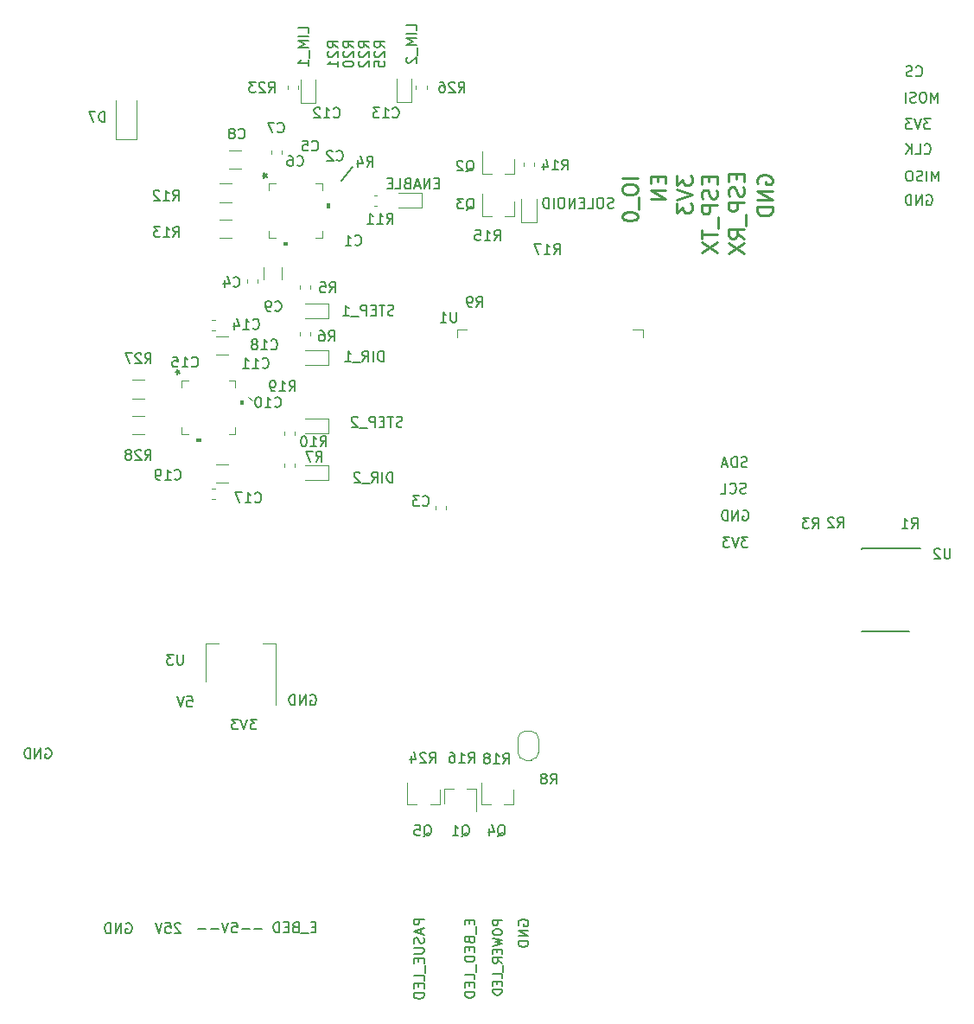
<source format=gbr>
%TF.GenerationSoftware,KiCad,Pcbnew,5.1.5+dfsg1-2build2*%
%TF.CreationDate,2021-12-02T15:53:16+01:00*%
%TF.ProjectId,plotter_board,706c6f74-7465-4725-9f62-6f6172642e6b,rev?*%
%TF.SameCoordinates,Original*%
%TF.FileFunction,Legend,Bot*%
%TF.FilePolarity,Positive*%
%FSLAX46Y46*%
G04 Gerber Fmt 4.6, Leading zero omitted, Abs format (unit mm)*
G04 Created by KiCad (PCBNEW 5.1.5+dfsg1-2build2) date 2021-12-02 15:53:16*
%MOMM*%
%LPD*%
G04 APERTURE LIST*
%ADD10C,0.120000*%
%ADD11C,0.150000*%
%ADD12C,0.200000*%
%ADD13C,0.250000*%
%ADD14C,0.100000*%
G04 APERTURE END LIST*
D10*
X125920000Y-93190000D02*
X125460000Y-92850000D01*
D11*
X135720000Y-70390000D02*
X134620000Y-71680000D01*
X131571907Y-122090002D02*
X131667145Y-122042383D01*
X131810003Y-122042383D01*
X131952860Y-122090002D01*
X132048098Y-122185240D01*
X132095717Y-122280478D01*
X132143336Y-122470955D01*
X132143336Y-122613812D01*
X132095717Y-122804288D01*
X132048098Y-122899527D01*
X131952860Y-122994765D01*
X131810003Y-123042384D01*
X131714764Y-123042384D01*
X131571907Y-122994765D01*
X131524288Y-122947146D01*
X131524288Y-122613812D01*
X131714764Y-122613812D01*
X131095716Y-123042384D02*
X131095716Y-122042383D01*
X130524287Y-123042384D01*
X130524287Y-122042383D01*
X130048096Y-123042384D02*
X130048096Y-122042383D01*
X129810001Y-122042383D01*
X129667143Y-122090002D01*
X129571905Y-122185240D01*
X129524286Y-122280478D01*
X129476667Y-122470955D01*
X129476667Y-122613812D01*
X129524286Y-122804288D01*
X129571905Y-122899527D01*
X129667143Y-122994765D01*
X129810001Y-123042384D01*
X130048096Y-123042384D01*
D12*
X105631909Y-127320004D02*
X105727147Y-127272385D01*
X105870005Y-127272385D01*
X106012862Y-127320004D01*
X106108100Y-127415242D01*
X106155719Y-127510480D01*
X106203338Y-127700957D01*
X106203338Y-127843814D01*
X106155719Y-128034290D01*
X106108100Y-128129529D01*
X106012862Y-128224767D01*
X105870005Y-128272386D01*
X105774766Y-128272386D01*
X105631909Y-128224767D01*
X105584290Y-128177148D01*
X105584290Y-127843814D01*
X105774766Y-127843814D01*
X105155718Y-128272386D02*
X105155718Y-127272385D01*
X104584289Y-128272386D01*
X104584289Y-127272385D01*
X104108098Y-128272386D02*
X104108098Y-127272385D01*
X103870003Y-127272385D01*
X103727145Y-127320004D01*
X103631907Y-127415242D01*
X103584288Y-127510480D01*
X103536669Y-127700957D01*
X103536669Y-127843814D01*
X103584288Y-128034290D01*
X103631907Y-128129529D01*
X103727145Y-128224767D01*
X103870003Y-128272386D01*
X104108098Y-128272386D01*
D11*
X161252386Y-74334763D02*
X161109529Y-74382382D01*
X160871433Y-74382382D01*
X160776195Y-74334763D01*
X160728576Y-74287144D01*
X160680957Y-74191906D01*
X160680957Y-74096667D01*
X160728576Y-74001429D01*
X160776195Y-73953810D01*
X160871433Y-73906191D01*
X161061910Y-73858572D01*
X161157148Y-73810953D01*
X161204767Y-73763334D01*
X161252386Y-73668095D01*
X161252386Y-73572857D01*
X161204767Y-73477619D01*
X161157148Y-73430000D01*
X161061910Y-73382381D01*
X160823814Y-73382381D01*
X160680957Y-73430000D01*
X160061909Y-73382381D02*
X159871432Y-73382381D01*
X159776194Y-73430000D01*
X159680956Y-73525238D01*
X159633337Y-73715715D01*
X159633337Y-74049048D01*
X159680956Y-74239525D01*
X159776194Y-74334763D01*
X159871432Y-74382382D01*
X160061909Y-74382382D01*
X160157147Y-74334763D01*
X160252385Y-74239525D01*
X160300004Y-74049048D01*
X160300004Y-73715715D01*
X160252385Y-73525238D01*
X160157147Y-73430000D01*
X160061909Y-73382381D01*
X158728574Y-74382382D02*
X159204765Y-74382382D01*
X159204765Y-73382381D01*
X158395240Y-73858572D02*
X158061907Y-73858572D01*
X157919049Y-74382382D02*
X158395240Y-74382382D01*
X158395240Y-73382381D01*
X157919049Y-73382381D01*
X157490477Y-74382382D02*
X157490477Y-73382381D01*
X156919048Y-74382382D01*
X156919048Y-73382381D01*
X156252381Y-73382381D02*
X156061905Y-73382381D01*
X155966666Y-73430000D01*
X155871428Y-73525238D01*
X155823809Y-73715715D01*
X155823809Y-74049048D01*
X155871428Y-74239525D01*
X155966666Y-74334763D01*
X156061905Y-74382382D01*
X156252381Y-74382382D01*
X156347619Y-74334763D01*
X156442857Y-74239525D01*
X156490476Y-74049048D01*
X156490476Y-73715715D01*
X156442857Y-73525238D01*
X156347619Y-73430000D01*
X156252381Y-73382381D01*
X155395237Y-74382382D02*
X155395237Y-73382381D01*
X154919046Y-74382382D02*
X154919046Y-73382381D01*
X154680951Y-73382381D01*
X154538093Y-73430000D01*
X154442855Y-73525238D01*
X154395236Y-73620476D01*
X154347617Y-73810953D01*
X154347617Y-73953810D01*
X154395236Y-74144286D01*
X154442855Y-74239525D01*
X154538093Y-74334763D01*
X154680951Y-74382382D01*
X154919046Y-74382382D01*
X126308101Y-124422381D02*
X125689053Y-124422381D01*
X126022386Y-124803334D01*
X125879529Y-124803334D01*
X125784291Y-124850953D01*
X125736672Y-124898572D01*
X125689053Y-124993810D01*
X125689053Y-125231906D01*
X125736672Y-125327144D01*
X125784291Y-125374763D01*
X125879529Y-125422382D01*
X126165244Y-125422382D01*
X126260482Y-125374763D01*
X126308101Y-125327144D01*
X125403338Y-124422381D02*
X125070005Y-125422382D01*
X124736671Y-124422381D01*
X124498575Y-124422381D02*
X123879527Y-124422381D01*
X124212861Y-124803334D01*
X124070004Y-124803334D01*
X123974765Y-124850953D01*
X123927146Y-124898572D01*
X123879527Y-124993810D01*
X123879527Y-125231906D01*
X123927146Y-125327144D01*
X123974765Y-125374763D01*
X124070004Y-125422382D01*
X124355718Y-125422382D01*
X124450956Y-125374763D01*
X124498575Y-125327144D01*
X119490475Y-122202376D02*
X119966666Y-122202376D01*
X120014285Y-122678567D01*
X119966666Y-122630948D01*
X119871428Y-122583329D01*
X119633332Y-122583329D01*
X119538094Y-122630948D01*
X119490475Y-122678567D01*
X119442856Y-122773805D01*
X119442856Y-123011901D01*
X119490475Y-123107139D01*
X119538094Y-123154758D01*
X119633332Y-123202377D01*
X119871428Y-123202377D01*
X119966666Y-123154758D01*
X120014285Y-123107139D01*
X119157141Y-122202376D02*
X118823808Y-123202377D01*
X118490474Y-122202376D01*
X141952381Y-56942855D02*
X141952381Y-56466664D01*
X140952380Y-56466664D01*
X141952381Y-57276189D02*
X140952380Y-57276189D01*
X141952381Y-57752380D02*
X140952380Y-57752380D01*
X141666666Y-58085714D01*
X140952380Y-58419047D01*
X141952381Y-58419047D01*
X142047619Y-58657143D02*
X142047619Y-59419048D01*
X141047618Y-59609525D02*
X140999999Y-59657144D01*
X140952380Y-59752382D01*
X140952380Y-59990477D01*
X140999999Y-60085716D01*
X141047618Y-60133335D01*
X141142856Y-60180954D01*
X141238094Y-60180954D01*
X141380952Y-60133335D01*
X141952381Y-59561906D01*
X141952381Y-60180954D01*
X131372381Y-57202855D02*
X131372381Y-56726664D01*
X130372380Y-56726664D01*
X131372381Y-57536189D02*
X130372380Y-57536189D01*
X131372381Y-58012380D02*
X130372380Y-58012380D01*
X131086666Y-58345714D01*
X130372380Y-58679047D01*
X131372381Y-58679047D01*
X131467619Y-58917143D02*
X131467619Y-59679048D01*
X131372381Y-60440954D02*
X131372381Y-59869525D01*
X131372381Y-60155239D02*
X130372380Y-60155239D01*
X130515237Y-60060001D01*
X130610475Y-59964763D01*
X130658094Y-59869525D01*
X144183814Y-71968571D02*
X143850480Y-71968571D01*
X143707623Y-72492381D02*
X144183814Y-72492381D01*
X144183814Y-71492380D01*
X143707623Y-71492380D01*
X143279051Y-72492381D02*
X143279051Y-71492380D01*
X142707622Y-72492381D01*
X142707622Y-71492380D01*
X142279050Y-72206666D02*
X141802859Y-72206666D01*
X142374288Y-72492381D02*
X142040954Y-71492380D01*
X141707621Y-72492381D01*
X141040953Y-71968571D02*
X140898096Y-72016190D01*
X140850477Y-72063809D01*
X140802858Y-72159047D01*
X140802858Y-72301905D01*
X140850477Y-72397143D01*
X140898096Y-72444762D01*
X140993334Y-72492381D01*
X141374287Y-72492381D01*
X141374287Y-71492380D01*
X141040953Y-71492380D01*
X140945715Y-71539999D01*
X140898096Y-71587618D01*
X140850477Y-71682856D01*
X140850477Y-71778094D01*
X140898096Y-71873333D01*
X140945715Y-71920952D01*
X141040953Y-71968571D01*
X141374287Y-71968571D01*
X139898095Y-72492381D02*
X140374286Y-72492381D01*
X140374286Y-71492380D01*
X139564761Y-71968571D02*
X139231428Y-71968571D01*
X139088570Y-72492381D02*
X139564761Y-72492381D01*
X139564761Y-71492380D01*
X139088570Y-71492380D01*
X139723672Y-84840646D02*
X139580815Y-84888265D01*
X139342720Y-84888265D01*
X139247482Y-84840646D01*
X139199862Y-84793027D01*
X139152243Y-84697789D01*
X139152243Y-84602550D01*
X139199862Y-84507312D01*
X139247482Y-84459693D01*
X139342720Y-84412074D01*
X139533196Y-84364455D01*
X139628434Y-84316836D01*
X139676053Y-84269217D01*
X139723672Y-84173978D01*
X139723672Y-84078740D01*
X139676053Y-83983502D01*
X139628434Y-83935883D01*
X139533196Y-83888264D01*
X139295101Y-83888264D01*
X139152243Y-83935883D01*
X138866529Y-83888264D02*
X138295100Y-83888264D01*
X138580814Y-84888265D02*
X138580814Y-83888264D01*
X137961766Y-84364455D02*
X137628432Y-84364455D01*
X137485575Y-84888265D02*
X137961766Y-84888265D01*
X137961766Y-83888264D01*
X137485575Y-83888264D01*
X137057003Y-84888265D02*
X137057003Y-83888264D01*
X136676050Y-83888264D01*
X136580812Y-83935883D01*
X136533193Y-83983502D01*
X136485574Y-84078740D01*
X136485574Y-84221598D01*
X136533193Y-84316836D01*
X136580812Y-84364455D01*
X136676050Y-84412074D01*
X137057003Y-84412074D01*
X136295098Y-84983503D02*
X135533192Y-84983503D01*
X134771287Y-84888265D02*
X135342716Y-84888265D01*
X135057001Y-84888265D02*
X135057001Y-83888264D01*
X135152239Y-84031121D01*
X135247478Y-84126359D01*
X135342716Y-84173978D01*
X138723624Y-89373899D02*
X138723624Y-88373898D01*
X138485529Y-88373898D01*
X138342671Y-88421517D01*
X138247433Y-88516755D01*
X138199814Y-88611993D01*
X138152195Y-88802470D01*
X138152195Y-88945327D01*
X138199814Y-89135803D01*
X138247433Y-89231042D01*
X138342671Y-89326280D01*
X138485529Y-89373899D01*
X138723624Y-89373899D01*
X137723623Y-89373899D02*
X137723623Y-88373898D01*
X136676003Y-89373899D02*
X137009337Y-88897708D01*
X137247432Y-89373899D02*
X137247432Y-88373898D01*
X136866480Y-88373898D01*
X136771241Y-88421517D01*
X136723622Y-88469136D01*
X136676003Y-88564374D01*
X136676003Y-88707232D01*
X136723622Y-88802470D01*
X136771241Y-88850089D01*
X136866480Y-88897708D01*
X137247432Y-88897708D01*
X136485527Y-89469137D02*
X135723621Y-89469137D01*
X134961716Y-89373899D02*
X135533145Y-89373899D01*
X135247430Y-89373899D02*
X135247430Y-88373898D01*
X135342668Y-88516755D01*
X135437907Y-88611993D01*
X135533145Y-88659612D01*
X140556189Y-95764759D02*
X140413332Y-95812378D01*
X140175237Y-95812378D01*
X140079999Y-95764759D01*
X140032379Y-95717140D01*
X139984760Y-95621902D01*
X139984760Y-95526663D01*
X140032379Y-95431425D01*
X140079999Y-95383806D01*
X140175237Y-95336187D01*
X140365713Y-95288568D01*
X140460951Y-95240949D01*
X140508570Y-95193330D01*
X140556189Y-95098091D01*
X140556189Y-95002853D01*
X140508570Y-94907615D01*
X140460951Y-94859996D01*
X140365713Y-94812377D01*
X140127618Y-94812377D01*
X139984760Y-94859996D01*
X139699046Y-94812377D02*
X139127617Y-94812377D01*
X139413331Y-95812378D02*
X139413331Y-94812377D01*
X138794283Y-95288568D02*
X138460949Y-95288568D01*
X138318092Y-95812378D02*
X138794283Y-95812378D01*
X138794283Y-94812377D01*
X138318092Y-94812377D01*
X137889520Y-95812378D02*
X137889520Y-94812377D01*
X137508567Y-94812377D01*
X137413329Y-94859996D01*
X137365710Y-94907615D01*
X137318091Y-95002853D01*
X137318091Y-95145711D01*
X137365710Y-95240949D01*
X137413329Y-95288568D01*
X137508567Y-95336187D01*
X137889520Y-95336187D01*
X137127615Y-95907616D02*
X136365709Y-95907616D01*
X136175233Y-94907615D02*
X136127614Y-94859996D01*
X136032375Y-94812377D01*
X135794280Y-94812377D01*
X135699042Y-94859996D01*
X135651423Y-94907615D01*
X135603804Y-95002853D01*
X135603804Y-95098091D01*
X135651423Y-95240949D01*
X136222852Y-95812378D01*
X135603804Y-95812378D01*
X139617141Y-101222384D02*
X139617141Y-100222383D01*
X139379046Y-100222383D01*
X139236188Y-100270002D01*
X139140950Y-100365240D01*
X139093331Y-100460478D01*
X139045712Y-100650955D01*
X139045712Y-100793812D01*
X139093331Y-100984288D01*
X139140950Y-101079527D01*
X139236188Y-101174765D01*
X139379046Y-101222384D01*
X139617141Y-101222384D01*
X138617140Y-101222384D02*
X138617140Y-100222383D01*
X137569520Y-101222384D02*
X137902854Y-100746193D01*
X138140949Y-101222384D02*
X138140949Y-100222383D01*
X137759997Y-100222383D01*
X137664758Y-100270002D01*
X137617139Y-100317621D01*
X137569520Y-100412859D01*
X137569520Y-100555717D01*
X137617139Y-100650955D01*
X137664758Y-100698574D01*
X137759997Y-100746193D01*
X138140949Y-100746193D01*
X137379044Y-101317622D02*
X136617138Y-101317622D01*
X136426662Y-100317621D02*
X136379043Y-100270002D01*
X136283805Y-100222383D01*
X136045709Y-100222383D01*
X135950471Y-100270002D01*
X135902852Y-100317621D01*
X135855233Y-100412859D01*
X135855233Y-100508097D01*
X135902852Y-100650955D01*
X136474281Y-101222384D01*
X135855233Y-101222384D01*
X151969999Y-144608097D02*
X151922380Y-144512859D01*
X151922380Y-144370002D01*
X151969999Y-144227144D01*
X152065237Y-144131906D01*
X152160475Y-144084287D01*
X152350952Y-144036668D01*
X152493809Y-144036668D01*
X152684285Y-144084287D01*
X152779524Y-144131906D01*
X152874762Y-144227144D01*
X152922381Y-144370002D01*
X152922381Y-144465240D01*
X152874762Y-144608097D01*
X152827143Y-144655716D01*
X152493809Y-144655716D01*
X152493809Y-144465240D01*
X152922381Y-145084288D02*
X151922380Y-145084288D01*
X152922381Y-145655717D01*
X151922380Y-145655717D01*
X152922381Y-146131908D02*
X151922380Y-146131908D01*
X151922380Y-146370004D01*
X151969999Y-146512861D01*
X152065237Y-146608099D01*
X152160475Y-146655718D01*
X152350952Y-146703337D01*
X152493809Y-146703337D01*
X152684285Y-146655718D01*
X152779524Y-146608099D01*
X152874762Y-146512861D01*
X152922381Y-146370004D01*
X152922381Y-146131908D01*
X150347145Y-144097136D02*
X149447144Y-144097136D01*
X149447144Y-144439994D01*
X149490001Y-144525708D01*
X149532858Y-144568565D01*
X149618573Y-144611423D01*
X149747144Y-144611423D01*
X149832859Y-144568565D01*
X149875716Y-144525708D01*
X149918573Y-144439994D01*
X149918573Y-144097136D01*
X149447144Y-145168566D02*
X149447144Y-145339995D01*
X149490001Y-145425709D01*
X149575715Y-145511424D01*
X149747144Y-145554281D01*
X150047144Y-145554281D01*
X150218573Y-145511424D01*
X150304288Y-145425709D01*
X150347145Y-145339995D01*
X150347145Y-145168566D01*
X150304288Y-145082852D01*
X150218573Y-144997137D01*
X150047144Y-144954280D01*
X149747144Y-144954280D01*
X149575715Y-144997137D01*
X149490001Y-145082852D01*
X149447144Y-145168566D01*
X149447144Y-145854281D02*
X150347145Y-146068567D01*
X149704287Y-146239996D01*
X150347145Y-146411425D01*
X149447144Y-146625711D01*
X149875716Y-146968568D02*
X149875716Y-147268568D01*
X150347145Y-147397140D02*
X150347145Y-146968568D01*
X149447144Y-146968568D01*
X149447144Y-147397140D01*
X150347145Y-148297141D02*
X149918573Y-147997141D01*
X150347145Y-147782855D02*
X149447144Y-147782855D01*
X149447144Y-148125712D01*
X149490001Y-148211427D01*
X149532858Y-148254284D01*
X149618573Y-148297141D01*
X149747144Y-148297141D01*
X149832859Y-148254284D01*
X149875716Y-148211427D01*
X149918573Y-148125712D01*
X149918573Y-147782855D01*
X150432859Y-148468570D02*
X150432859Y-149154285D01*
X150347145Y-149797143D02*
X150347145Y-149368571D01*
X149447144Y-149368571D01*
X149875716Y-150097143D02*
X149875716Y-150397143D01*
X150347145Y-150525715D02*
X150347145Y-150097143D01*
X149447144Y-150097143D01*
X149447144Y-150525715D01*
X150347145Y-150911430D02*
X149447144Y-150911430D01*
X149447144Y-151125716D01*
X149490001Y-151254287D01*
X149575715Y-151340002D01*
X149661430Y-151382859D01*
X149832859Y-151425716D01*
X149961430Y-151425716D01*
X150132859Y-151382859D01*
X150218573Y-151340002D01*
X150304288Y-151254287D01*
X150347145Y-151125716D01*
X150347145Y-150911430D01*
X147158573Y-144064284D02*
X147158573Y-144397618D01*
X147682383Y-144540475D02*
X147682383Y-144064284D01*
X146682382Y-144064284D01*
X146682382Y-144540475D01*
X147777621Y-144730952D02*
X147777621Y-145492857D01*
X147158573Y-146064286D02*
X147206192Y-146207144D01*
X147253811Y-146254763D01*
X147349049Y-146302382D01*
X147491907Y-146302382D01*
X147587145Y-146254763D01*
X147634764Y-146207144D01*
X147682383Y-146111906D01*
X147682383Y-145730953D01*
X146682382Y-145730953D01*
X146682382Y-146064286D01*
X146730001Y-146159525D01*
X146777620Y-146207144D01*
X146872858Y-146254763D01*
X146968096Y-146254763D01*
X147063335Y-146207144D01*
X147110954Y-146159525D01*
X147158573Y-146064286D01*
X147158573Y-145730953D01*
X147158573Y-146730954D02*
X147158573Y-147064287D01*
X147682383Y-147207145D02*
X147682383Y-146730954D01*
X146682382Y-146730954D01*
X146682382Y-147207145D01*
X147682383Y-147635717D02*
X146682382Y-147635717D01*
X146682382Y-147873812D01*
X146730001Y-148016669D01*
X146825239Y-148111908D01*
X146920477Y-148159527D01*
X147110954Y-148207146D01*
X147253811Y-148207146D01*
X147444287Y-148159527D01*
X147539526Y-148111908D01*
X147634764Y-148016669D01*
X147682383Y-147873812D01*
X147682383Y-147635717D01*
X147777621Y-148397622D02*
X147777621Y-149159528D01*
X147682383Y-149873814D02*
X147682383Y-149397623D01*
X146682382Y-149397623D01*
X147158573Y-150207148D02*
X147158573Y-150540481D01*
X147682383Y-150683339D02*
X147682383Y-150207148D01*
X146682382Y-150207148D01*
X146682382Y-150683339D01*
X147682383Y-151111911D02*
X146682382Y-151111911D01*
X146682382Y-151350006D01*
X146730001Y-151492863D01*
X146825239Y-151588101D01*
X146920477Y-151635721D01*
X147110954Y-151683340D01*
X147253811Y-151683340D01*
X147444287Y-151635721D01*
X147539526Y-151588101D01*
X147634764Y-151492863D01*
X147682383Y-151350006D01*
X147682383Y-151111911D01*
X142702383Y-143989041D02*
X141702382Y-143989041D01*
X141702382Y-144369994D01*
X141750001Y-144465232D01*
X141797620Y-144512851D01*
X141892858Y-144560470D01*
X142035716Y-144560470D01*
X142130954Y-144512851D01*
X142178573Y-144465232D01*
X142226192Y-144369994D01*
X142226192Y-143989041D01*
X142416668Y-144941423D02*
X142416668Y-145417614D01*
X142702383Y-144846185D02*
X141702382Y-145179519D01*
X142702383Y-145512852D01*
X142654764Y-145798567D02*
X142702383Y-145941424D01*
X142702383Y-146179520D01*
X142654764Y-146274758D01*
X142607145Y-146322377D01*
X142511907Y-146369996D01*
X142416668Y-146369996D01*
X142321430Y-146322377D01*
X142273811Y-146274758D01*
X142226192Y-146179520D01*
X142178573Y-145989043D01*
X142130954Y-145893805D01*
X142083335Y-145846186D01*
X141988096Y-145798567D01*
X141892858Y-145798567D01*
X141797620Y-145846186D01*
X141750001Y-145893805D01*
X141702382Y-145989043D01*
X141702382Y-146227139D01*
X141750001Y-146369996D01*
X141702382Y-146798568D02*
X142511907Y-146798568D01*
X142607145Y-146846187D01*
X142654764Y-146893806D01*
X142702383Y-146989044D01*
X142702383Y-147179521D01*
X142654764Y-147274759D01*
X142607145Y-147322378D01*
X142511907Y-147369997D01*
X141702382Y-147369997D01*
X142178573Y-147846188D02*
X142178573Y-148179522D01*
X142702383Y-148322379D02*
X142702383Y-147846188D01*
X141702382Y-147846188D01*
X141702382Y-148322379D01*
X142797621Y-148512855D02*
X142797621Y-149274761D01*
X142702383Y-149989047D02*
X142702383Y-149512856D01*
X141702382Y-149512856D01*
X142178573Y-150322381D02*
X142178573Y-150655715D01*
X142702383Y-150798572D02*
X142702383Y-150322381D01*
X141702382Y-150322381D01*
X141702382Y-150798572D01*
X142702383Y-151227144D02*
X141702382Y-151227144D01*
X141702382Y-151465239D01*
X141750001Y-151608096D01*
X141845239Y-151703335D01*
X141940477Y-151750954D01*
X142130954Y-151798573D01*
X142273811Y-151798573D01*
X142464287Y-151750954D01*
X142559526Y-151703335D01*
X142654764Y-151608096D01*
X142702383Y-151465239D01*
X142702383Y-151227144D01*
X132090220Y-144768408D02*
X131756886Y-144768408D01*
X131614029Y-145292218D02*
X132090220Y-145292218D01*
X132090220Y-144292217D01*
X131614029Y-144292217D01*
X131423552Y-145387456D02*
X130661647Y-145387456D01*
X130090218Y-144768408D02*
X129947360Y-144816027D01*
X129899741Y-144863646D01*
X129852122Y-144958884D01*
X129852122Y-145101742D01*
X129899741Y-145196980D01*
X129947360Y-145244599D01*
X130042599Y-145292218D01*
X130423551Y-145292218D01*
X130423551Y-144292217D01*
X130090218Y-144292217D01*
X129994979Y-144339836D01*
X129947360Y-144387455D01*
X129899741Y-144482693D01*
X129899741Y-144577931D01*
X129947360Y-144673170D01*
X129994979Y-144720789D01*
X130090218Y-144768408D01*
X130423551Y-144768408D01*
X129423550Y-144768408D02*
X129090217Y-144768408D01*
X128947359Y-145292218D02*
X129423550Y-145292218D01*
X129423550Y-144292217D01*
X128947359Y-144292217D01*
X128518787Y-145292218D02*
X128518787Y-144292217D01*
X128280692Y-144292217D01*
X128137835Y-144339836D01*
X128042597Y-144435074D01*
X127994977Y-144530312D01*
X127947358Y-144720789D01*
X127947358Y-144863646D01*
X127994977Y-145054122D01*
X128042597Y-145149361D01*
X128137835Y-145244599D01*
X128280692Y-145292218D01*
X128518787Y-145292218D01*
X126835460Y-144941268D02*
X126073554Y-144941268D01*
X125597363Y-144941268D02*
X124835458Y-144941268D01*
X123883076Y-144322220D02*
X124359267Y-144322220D01*
X124406886Y-144798411D01*
X124359267Y-144750792D01*
X124264029Y-144703173D01*
X124025933Y-144703173D01*
X123930695Y-144750792D01*
X123883076Y-144798411D01*
X123835457Y-144893649D01*
X123835457Y-145131745D01*
X123883076Y-145226983D01*
X123930695Y-145274602D01*
X124025933Y-145322221D01*
X124264029Y-145322221D01*
X124359267Y-145274602D01*
X124406886Y-145226983D01*
X123549742Y-144322220D02*
X123216409Y-145322221D01*
X122883075Y-144322220D01*
X122549741Y-144941268D02*
X121787836Y-144941268D01*
X121311645Y-144941268D02*
X120549739Y-144941268D01*
X118843079Y-144447465D02*
X118795460Y-144399846D01*
X118700222Y-144352227D01*
X118462126Y-144352227D01*
X118366888Y-144399846D01*
X118319269Y-144447465D01*
X118271650Y-144542703D01*
X118271650Y-144637941D01*
X118319269Y-144780799D01*
X118890698Y-145352228D01*
X118271650Y-145352228D01*
X117366887Y-144352227D02*
X117843078Y-144352227D01*
X117890697Y-144828418D01*
X117843078Y-144780799D01*
X117747840Y-144733180D01*
X117509744Y-144733180D01*
X117414506Y-144780799D01*
X117366887Y-144828418D01*
X117319268Y-144923656D01*
X117319268Y-145161752D01*
X117366887Y-145256990D01*
X117414506Y-145304609D01*
X117509744Y-145352228D01*
X117747840Y-145352228D01*
X117843078Y-145304609D01*
X117890697Y-145256990D01*
X117033553Y-144352227D02*
X116700220Y-145352228D01*
X116366886Y-144352227D01*
X113524505Y-144429834D02*
X113619743Y-144382215D01*
X113762601Y-144382215D01*
X113905458Y-144429834D01*
X114000696Y-144525072D01*
X114048315Y-144620310D01*
X114095934Y-144810787D01*
X114095934Y-144953644D01*
X114048315Y-145144120D01*
X114000696Y-145239359D01*
X113905458Y-145334597D01*
X113762601Y-145382216D01*
X113667362Y-145382216D01*
X113524505Y-145334597D01*
X113476886Y-145286978D01*
X113476886Y-144953644D01*
X113667362Y-144953644D01*
X113048314Y-145382216D02*
X113048314Y-144382215D01*
X112476885Y-145382216D01*
X112476885Y-144382215D01*
X112000694Y-145382216D02*
X112000694Y-144382215D01*
X111762599Y-144382215D01*
X111619741Y-144429834D01*
X111524503Y-144525072D01*
X111476884Y-144620310D01*
X111429265Y-144810787D01*
X111429265Y-144953644D01*
X111476884Y-145144120D01*
X111524503Y-145239359D01*
X111619741Y-145334597D01*
X111762599Y-145382216D01*
X112000694Y-145382216D01*
X174428099Y-106582378D02*
X173809051Y-106582378D01*
X174142384Y-106963331D01*
X173999527Y-106963331D01*
X173904289Y-107010950D01*
X173856670Y-107058569D01*
X173809051Y-107153807D01*
X173809051Y-107391903D01*
X173856670Y-107487141D01*
X173904289Y-107534760D01*
X173999527Y-107582379D01*
X174285242Y-107582379D01*
X174380480Y-107534760D01*
X174428099Y-107487141D01*
X173523336Y-106582378D02*
X173190003Y-107582379D01*
X172856669Y-106582378D01*
X172618573Y-106582378D02*
X171999525Y-106582378D01*
X172332859Y-106963331D01*
X172190002Y-106963331D01*
X172094763Y-107010950D01*
X172047144Y-107058569D01*
X171999525Y-107153807D01*
X171999525Y-107391903D01*
X172047144Y-107487141D01*
X172094763Y-107534760D01*
X172190002Y-107582379D01*
X172475716Y-107582379D01*
X172570954Y-107534760D01*
X172618573Y-107487141D01*
X173951908Y-104010003D02*
X174047146Y-103962384D01*
X174190004Y-103962384D01*
X174332861Y-104010003D01*
X174428099Y-104105241D01*
X174475718Y-104200479D01*
X174523337Y-104390956D01*
X174523337Y-104533813D01*
X174475718Y-104724289D01*
X174428099Y-104819528D01*
X174332861Y-104914766D01*
X174190004Y-104962385D01*
X174094765Y-104962385D01*
X173951908Y-104914766D01*
X173904289Y-104867147D01*
X173904289Y-104533813D01*
X174094765Y-104533813D01*
X173475717Y-104962385D02*
X173475717Y-103962384D01*
X172904288Y-104962385D01*
X172904288Y-103962384D01*
X172428097Y-104962385D02*
X172428097Y-103962384D01*
X172190002Y-103962384D01*
X172047144Y-104010003D01*
X171951906Y-104105241D01*
X171904287Y-104200479D01*
X171856668Y-104390956D01*
X171856668Y-104533813D01*
X171904287Y-104724289D01*
X171951906Y-104819528D01*
X172047144Y-104914766D01*
X172190002Y-104962385D01*
X172428097Y-104962385D01*
X174240483Y-102274762D02*
X174097626Y-102322381D01*
X173859530Y-102322381D01*
X173764292Y-102274762D01*
X173716673Y-102227143D01*
X173669054Y-102131905D01*
X173669054Y-102036666D01*
X173716673Y-101941428D01*
X173764292Y-101893809D01*
X173859530Y-101846190D01*
X174050007Y-101798571D01*
X174145245Y-101750952D01*
X174192864Y-101703333D01*
X174240483Y-101608094D01*
X174240483Y-101512856D01*
X174192864Y-101417618D01*
X174145245Y-101369999D01*
X174050007Y-101322380D01*
X173811911Y-101322380D01*
X173669054Y-101369999D01*
X172669053Y-102227143D02*
X172716672Y-102274762D01*
X172859529Y-102322381D01*
X172954767Y-102322381D01*
X173097625Y-102274762D01*
X173192863Y-102179524D01*
X173240482Y-102084285D01*
X173288101Y-101893809D01*
X173288101Y-101750952D01*
X173240482Y-101560475D01*
X173192863Y-101465237D01*
X173097625Y-101369999D01*
X172954767Y-101322380D01*
X172859529Y-101322380D01*
X172716672Y-101369999D01*
X172669053Y-101417618D01*
X171764290Y-102322381D02*
X172240481Y-102322381D01*
X172240481Y-101322380D01*
X174344279Y-99694760D02*
X174201422Y-99742379D01*
X173963327Y-99742379D01*
X173868088Y-99694760D01*
X173820469Y-99647141D01*
X173772850Y-99551903D01*
X173772850Y-99456664D01*
X173820469Y-99361426D01*
X173868088Y-99313807D01*
X173963327Y-99266188D01*
X174153803Y-99218569D01*
X174249041Y-99170950D01*
X174296660Y-99123331D01*
X174344279Y-99028092D01*
X174344279Y-98932854D01*
X174296660Y-98837616D01*
X174249041Y-98789997D01*
X174153803Y-98742378D01*
X173915708Y-98742378D01*
X173772850Y-98789997D01*
X173344278Y-99742379D02*
X173344278Y-98742378D01*
X173106183Y-98742378D01*
X172963326Y-98789997D01*
X172868087Y-98885235D01*
X172820468Y-98980473D01*
X172772849Y-99170950D01*
X172772849Y-99313807D01*
X172820468Y-99504283D01*
X172868087Y-99599522D01*
X172963326Y-99694760D01*
X173106183Y-99742379D01*
X173344278Y-99742379D01*
X172391897Y-99456664D02*
X171915706Y-99456664D01*
X172487135Y-99742379D02*
X172153801Y-98742378D01*
X171820467Y-99742379D01*
D13*
X163608572Y-71418573D02*
X162108573Y-71418573D01*
X162108573Y-72418573D02*
X162108573Y-72704287D01*
X162180002Y-72847144D01*
X162322859Y-72990001D01*
X162608573Y-73061429D01*
X163108573Y-73061429D01*
X163394287Y-72990001D01*
X163537144Y-72847144D01*
X163608572Y-72704287D01*
X163608572Y-72418573D01*
X163537144Y-72275716D01*
X163394287Y-72132859D01*
X163108573Y-72061430D01*
X162608573Y-72061430D01*
X162322859Y-72132859D01*
X162180002Y-72275716D01*
X162108573Y-72418573D01*
X163751430Y-73347143D02*
X163751430Y-74490000D01*
X162108573Y-75132857D02*
X162108573Y-75275714D01*
X162180002Y-75418571D01*
X162251431Y-75489999D01*
X162394288Y-75561428D01*
X162680002Y-75632856D01*
X163037144Y-75632856D01*
X163322858Y-75561428D01*
X163465715Y-75489999D01*
X163537144Y-75418571D01*
X163608572Y-75275714D01*
X163608572Y-75132857D01*
X163537144Y-74990000D01*
X163465715Y-74918571D01*
X163322858Y-74847142D01*
X163037144Y-74775714D01*
X162680002Y-74775714D01*
X162394288Y-74847142D01*
X162251431Y-74918571D01*
X162180002Y-74990000D01*
X162108573Y-75132857D01*
X165612853Y-71282856D02*
X165612853Y-71782856D01*
X166398566Y-71997142D02*
X166398566Y-71282856D01*
X164898567Y-71282856D01*
X164898567Y-71997142D01*
X166398566Y-72639998D02*
X164898567Y-72639998D01*
X166398566Y-73497141D01*
X164898567Y-73497141D01*
X167468565Y-71182859D02*
X167468565Y-72111430D01*
X168039994Y-71611430D01*
X168039994Y-71825716D01*
X168111422Y-71968573D01*
X168182851Y-72040001D01*
X168325708Y-72111430D01*
X168682850Y-72111430D01*
X168825707Y-72040001D01*
X168897136Y-71968573D01*
X168968564Y-71825716D01*
X168968564Y-71397144D01*
X168897136Y-71254287D01*
X168825707Y-71182859D01*
X167468565Y-72540001D02*
X168968564Y-73040001D01*
X167468565Y-73540000D01*
X167468565Y-73897143D02*
X167468565Y-74825714D01*
X168039994Y-74325714D01*
X168039994Y-74540000D01*
X168111422Y-74682857D01*
X168182851Y-74754285D01*
X168325708Y-74825714D01*
X168682850Y-74825714D01*
X168825707Y-74754285D01*
X168897136Y-74682857D01*
X168968564Y-74540000D01*
X168968564Y-74111428D01*
X168897136Y-73968571D01*
X168825707Y-73897143D01*
X170622852Y-71327143D02*
X170622852Y-71827142D01*
X171408565Y-72041428D02*
X171408565Y-71327143D01*
X169908566Y-71327143D01*
X169908566Y-72041428D01*
X171337137Y-72612856D02*
X171408565Y-72827142D01*
X171408565Y-73184284D01*
X171337137Y-73327141D01*
X171265708Y-73398570D01*
X171122851Y-73469999D01*
X170979994Y-73469999D01*
X170837137Y-73398570D01*
X170765709Y-73327141D01*
X170694280Y-73184284D01*
X170622852Y-72898570D01*
X170551423Y-72755713D01*
X170479995Y-72684285D01*
X170337138Y-72612856D01*
X170194281Y-72612856D01*
X170051424Y-72684285D01*
X169979995Y-72755713D01*
X169908566Y-72898570D01*
X169908566Y-73255713D01*
X169979995Y-73469999D01*
X171408565Y-74112855D02*
X169908566Y-74112855D01*
X169908566Y-74684283D01*
X169979995Y-74827140D01*
X170051424Y-74898569D01*
X170194281Y-74969998D01*
X170408566Y-74969998D01*
X170551423Y-74898569D01*
X170622852Y-74827140D01*
X170694280Y-74684283D01*
X170694280Y-74112855D01*
X171551423Y-75255712D02*
X171551423Y-76398568D01*
X169908566Y-76541425D02*
X169908566Y-77398567D01*
X171408565Y-76969996D02*
X169908566Y-76969996D01*
X169908566Y-77755710D02*
X171408565Y-78755709D01*
X169908566Y-78755709D02*
X171408565Y-77755710D01*
X173292860Y-71058573D02*
X173292860Y-71558573D01*
X174078573Y-71772859D02*
X174078573Y-71058573D01*
X172578574Y-71058573D01*
X172578574Y-71772859D01*
X174007145Y-72344287D02*
X174078573Y-72558572D01*
X174078573Y-72915715D01*
X174007145Y-73058572D01*
X173935716Y-73130001D01*
X173792859Y-73201429D01*
X173650002Y-73201429D01*
X173507145Y-73130001D01*
X173435717Y-73058572D01*
X173364288Y-72915715D01*
X173292860Y-72630001D01*
X173221431Y-72487144D01*
X173150003Y-72415715D01*
X173007146Y-72344287D01*
X172864289Y-72344287D01*
X172721432Y-72415715D01*
X172650003Y-72487144D01*
X172578574Y-72630001D01*
X172578574Y-72987144D01*
X172650003Y-73201429D01*
X174078573Y-73844286D02*
X172578574Y-73844286D01*
X172578574Y-74415714D01*
X172650003Y-74558571D01*
X172721432Y-74630000D01*
X172864289Y-74701428D01*
X173078574Y-74701428D01*
X173221431Y-74630000D01*
X173292860Y-74558571D01*
X173364288Y-74415714D01*
X173364288Y-73844286D01*
X174221431Y-74987142D02*
X174221431Y-76129999D01*
X174078573Y-77344284D02*
X173364288Y-76844284D01*
X174078573Y-76487141D02*
X172578574Y-76487141D01*
X172578574Y-77058569D01*
X172650003Y-77201427D01*
X172721432Y-77272855D01*
X172864289Y-77344284D01*
X173078574Y-77344284D01*
X173221431Y-77272855D01*
X173292860Y-77201427D01*
X173364288Y-77058569D01*
X173364288Y-76487141D01*
X172578574Y-77844283D02*
X174078573Y-78844283D01*
X172578574Y-78844283D02*
X174078573Y-77844283D01*
X175399994Y-71997140D02*
X175328565Y-71854283D01*
X175328565Y-71639998D01*
X175399994Y-71425712D01*
X175542851Y-71282855D01*
X175685708Y-71211426D01*
X175971422Y-71139998D01*
X176185708Y-71139998D01*
X176471422Y-71211426D01*
X176614279Y-71282855D01*
X176757136Y-71425712D01*
X176828564Y-71639998D01*
X176828564Y-71782855D01*
X176757136Y-71997140D01*
X176685707Y-72068569D01*
X176185708Y-72068569D01*
X176185708Y-71782855D01*
X176828564Y-72711425D02*
X175328565Y-72711425D01*
X176828564Y-73568568D01*
X175328565Y-73568568D01*
X176828564Y-74282853D02*
X175328565Y-74282853D01*
X175328565Y-74639996D01*
X175399994Y-74854281D01*
X175542851Y-74997138D01*
X175685708Y-75068567D01*
X175971422Y-75139995D01*
X176185708Y-75139995D01*
X176471422Y-75068567D01*
X176614279Y-74997138D01*
X176757136Y-74854281D01*
X176828564Y-74639996D01*
X176828564Y-74282853D01*
D11*
X191951904Y-73139998D02*
X192047142Y-73092379D01*
X192190000Y-73092379D01*
X192332857Y-73139998D01*
X192428095Y-73235236D01*
X192475714Y-73330474D01*
X192523333Y-73520951D01*
X192523333Y-73663808D01*
X192475714Y-73854284D01*
X192428095Y-73949523D01*
X192332857Y-74044761D01*
X192190000Y-74092380D01*
X192094761Y-74092380D01*
X191951904Y-74044761D01*
X191904285Y-73997142D01*
X191904285Y-73663808D01*
X192094761Y-73663808D01*
X191475713Y-74092380D02*
X191475713Y-73092379D01*
X190904284Y-74092380D01*
X190904284Y-73092379D01*
X190428093Y-74092380D02*
X190428093Y-73092379D01*
X190189998Y-73092379D01*
X190047140Y-73139998D01*
X189951902Y-73235236D01*
X189904283Y-73330474D01*
X189856664Y-73520951D01*
X189856664Y-73663808D01*
X189904283Y-73854284D01*
X189951902Y-73949523D01*
X190047140Y-74044761D01*
X190189998Y-74092380D01*
X190428093Y-74092380D01*
X193101427Y-71742380D02*
X193101427Y-70742379D01*
X192768093Y-71456665D01*
X192434759Y-70742379D01*
X192434759Y-71742380D01*
X191958568Y-71742380D02*
X191958568Y-70742379D01*
X191529997Y-71694761D02*
X191387139Y-71742380D01*
X191149044Y-71742380D01*
X191053806Y-71694761D01*
X191006186Y-71647142D01*
X190958567Y-71551904D01*
X190958567Y-71456665D01*
X191006186Y-71361427D01*
X191053806Y-71313808D01*
X191149044Y-71266189D01*
X191339520Y-71218570D01*
X191434758Y-71170951D01*
X191482377Y-71123332D01*
X191529997Y-71028093D01*
X191529997Y-70932855D01*
X191482377Y-70837617D01*
X191434758Y-70789998D01*
X191339520Y-70742379D01*
X191101425Y-70742379D01*
X190958567Y-70789998D01*
X190339519Y-70742379D02*
X190149043Y-70742379D01*
X190053805Y-70789998D01*
X189958566Y-70885236D01*
X189910947Y-71075713D01*
X189910947Y-71409046D01*
X189958566Y-71599523D01*
X190053805Y-71694761D01*
X190149043Y-71742380D01*
X190339519Y-71742380D01*
X190434757Y-71694761D01*
X190529996Y-71599523D01*
X190577615Y-71409046D01*
X190577615Y-71075713D01*
X190529996Y-70885236D01*
X190434757Y-70789998D01*
X190339519Y-70742379D01*
X191735239Y-69007143D02*
X191782858Y-69054762D01*
X191925716Y-69102381D01*
X192020954Y-69102381D01*
X192163811Y-69054762D01*
X192259049Y-68959524D01*
X192306668Y-68864285D01*
X192354287Y-68673809D01*
X192354287Y-68530952D01*
X192306668Y-68340475D01*
X192259049Y-68245237D01*
X192163811Y-68149999D01*
X192020954Y-68102380D01*
X191925716Y-68102380D01*
X191782858Y-68149999D01*
X191735239Y-68197618D01*
X190830476Y-69102381D02*
X191306667Y-69102381D01*
X191306667Y-68102380D01*
X190497143Y-69102381D02*
X190497143Y-68102380D01*
X189925714Y-69102381D02*
X190354285Y-68530952D01*
X189925714Y-68102380D02*
X190497143Y-68673809D01*
X192308093Y-65652378D02*
X191689045Y-65652378D01*
X192022378Y-66033331D01*
X191879521Y-66033331D01*
X191784283Y-66080950D01*
X191736664Y-66128569D01*
X191689045Y-66223807D01*
X191689045Y-66461903D01*
X191736664Y-66557141D01*
X191784283Y-66604760D01*
X191879521Y-66652379D01*
X192165236Y-66652379D01*
X192260474Y-66604760D01*
X192308093Y-66557141D01*
X191403330Y-65652378D02*
X191069997Y-66652379D01*
X190736663Y-65652378D01*
X190498567Y-65652378D02*
X189879519Y-65652378D01*
X190212853Y-66033331D01*
X190069996Y-66033331D01*
X189974757Y-66080950D01*
X189927138Y-66128569D01*
X189879519Y-66223807D01*
X189879519Y-66461903D01*
X189927138Y-66557141D01*
X189974757Y-66604760D01*
X190069996Y-66652379D01*
X190355710Y-66652379D01*
X190450948Y-66604760D01*
X190498567Y-66557141D01*
X193011431Y-64052383D02*
X193011431Y-63052382D01*
X192678097Y-63766668D01*
X192344763Y-63052382D01*
X192344763Y-64052383D01*
X191678096Y-63052382D02*
X191487620Y-63052382D01*
X191392381Y-63100001D01*
X191297143Y-63195239D01*
X191249524Y-63385716D01*
X191249524Y-63719049D01*
X191297143Y-63909526D01*
X191392381Y-64004764D01*
X191487620Y-64052383D01*
X191678096Y-64052383D01*
X191773334Y-64004764D01*
X191868572Y-63909526D01*
X191916191Y-63719049D01*
X191916191Y-63385716D01*
X191868572Y-63195239D01*
X191773334Y-63100001D01*
X191678096Y-63052382D01*
X190868571Y-64004764D02*
X190725714Y-64052383D01*
X190487619Y-64052383D01*
X190392380Y-64004764D01*
X190344761Y-63957145D01*
X190297142Y-63861907D01*
X190297142Y-63766668D01*
X190344761Y-63671430D01*
X190392380Y-63623811D01*
X190487619Y-63576192D01*
X190678095Y-63528573D01*
X190773333Y-63480954D01*
X190820952Y-63433335D01*
X190868571Y-63338096D01*
X190868571Y-63242858D01*
X190820952Y-63147620D01*
X190773333Y-63100001D01*
X190678095Y-63052382D01*
X190440000Y-63052382D01*
X190297142Y-63100001D01*
X189868570Y-64052383D02*
X189868570Y-63052382D01*
X190896663Y-61397143D02*
X190944282Y-61444762D01*
X191087140Y-61492381D01*
X191182378Y-61492381D01*
X191325235Y-61444762D01*
X191420473Y-61349524D01*
X191468092Y-61254285D01*
X191515712Y-61063809D01*
X191515712Y-60920952D01*
X191468092Y-60730475D01*
X191420473Y-60635237D01*
X191325235Y-60539999D01*
X191182378Y-60492380D01*
X191087140Y-60492380D01*
X190944282Y-60539999D01*
X190896663Y-60587618D01*
X190515711Y-61444762D02*
X190372853Y-61492381D01*
X190134758Y-61492381D01*
X190039520Y-61444762D01*
X189991901Y-61397143D01*
X189944281Y-61301905D01*
X189944281Y-61206666D01*
X189991901Y-61111428D01*
X190039520Y-61063809D01*
X190134758Y-61016190D01*
X190325234Y-60968571D01*
X190420472Y-60920952D01*
X190468091Y-60873333D01*
X190515711Y-60778094D01*
X190515711Y-60682856D01*
X190468091Y-60587618D01*
X190420472Y-60539999D01*
X190325234Y-60492380D01*
X190087139Y-60492380D01*
X189944281Y-60539999D01*
D14*
%TO.C,IC1*%
G36*
X128919499Y-77950300D02*
G01*
X129300499Y-77950300D01*
X129300499Y-77696300D01*
X128919499Y-77696300D01*
X128919499Y-77950300D01*
G37*
X128919499Y-77950300D02*
X129300499Y-77950300D01*
X129300499Y-77696300D01*
X128919499Y-77696300D01*
X128919499Y-77950300D01*
G36*
X133170700Y-73945101D02*
G01*
X133424700Y-73945101D01*
X133424700Y-74326101D01*
X133170700Y-74326101D01*
X133170700Y-73945101D01*
G37*
X133170700Y-73945101D02*
X133424700Y-73945101D01*
X133424700Y-74326101D01*
X133170700Y-74326101D01*
X133170700Y-73945101D01*
D10*
X127481100Y-72675860D02*
X127481100Y-72006700D01*
X128150260Y-77264500D02*
X127481100Y-77264500D01*
X132738900Y-76595340D02*
X132738900Y-77264500D01*
X132069740Y-72006700D02*
X132738900Y-72006700D01*
X127481100Y-72006700D02*
X128150260Y-72006700D01*
X127481100Y-77264500D02*
X127481100Y-76595340D01*
X132738900Y-77264500D02*
X132069740Y-77264500D01*
X132738900Y-72006700D02*
X132738900Y-72675860D01*
D14*
%TO.C,IC2*%
G36*
X120414500Y-97179699D02*
G01*
X120795500Y-97179699D01*
X120795500Y-96925699D01*
X120414500Y-96925699D01*
X120414500Y-97179699D01*
G37*
X120414500Y-97179699D02*
X120795500Y-97179699D01*
X120795500Y-96925699D01*
X120414500Y-96925699D01*
X120414500Y-97179699D01*
G36*
X124665701Y-93174500D02*
G01*
X124919701Y-93174500D01*
X124919701Y-93555500D01*
X124665701Y-93555500D01*
X124665701Y-93174500D01*
G37*
X124665701Y-93174500D02*
X124919701Y-93174500D01*
X124919701Y-93555500D01*
X124665701Y-93555500D01*
X124665701Y-93174500D01*
D10*
X118976101Y-91905259D02*
X118976101Y-91236099D01*
X119645261Y-96493899D02*
X118976101Y-96493899D01*
X124233901Y-95824739D02*
X124233901Y-96493899D01*
X123564741Y-91236099D02*
X124233901Y-91236099D01*
X118976101Y-91236099D02*
X119645261Y-91236099D01*
X118976101Y-96493899D02*
X118976101Y-95824739D01*
X124233901Y-96493899D02*
X123564741Y-96493899D01*
X124233901Y-91236099D02*
X124233901Y-91905259D01*
%TO.C,U1*%
X164160000Y-86240000D02*
X163160000Y-86240000D01*
X164160000Y-87020000D02*
X164160000Y-86240000D01*
X145920000Y-86240000D02*
X146920000Y-86240000D01*
X145920000Y-87020000D02*
X145920000Y-86240000D01*
%TO.C,JP1*%
X153908000Y-127700000D02*
X153908000Y-126300000D01*
X153208000Y-125600000D02*
X152608000Y-125600000D01*
X151908000Y-126300000D02*
X151908000Y-127700000D01*
X152608000Y-128400000D02*
X153208000Y-128400000D01*
X153208000Y-128400000D02*
G75*
G03X153908000Y-127700000I0J700000D01*
G01*
X151908000Y-127700000D02*
G75*
G03X152608000Y-128400000I700000J0D01*
G01*
X152608000Y-125600000D02*
G75*
G03X151908000Y-126300000I0J-700000D01*
G01*
X153908000Y-126300000D02*
G75*
G03X153208000Y-125600000I-700000J0D01*
G01*
%TO.C,C19*%
X122307936Y-99480000D02*
X123512064Y-99480000D01*
X122307936Y-101300000D02*
X123512064Y-101300000D01*
%TO.C,C9*%
X128770000Y-80137936D02*
X128770000Y-81342064D01*
X126950000Y-80137936D02*
X126950000Y-81342064D01*
%TO.C,C3*%
X143810000Y-103912779D02*
X143810000Y-103587221D01*
X144830000Y-103912779D02*
X144830000Y-103587221D01*
%TO.C,D7*%
X114500000Y-67660000D02*
X114500000Y-63810000D01*
X112500000Y-67660000D02*
X112500000Y-63810000D01*
X114500000Y-67660000D02*
X112500000Y-67660000D01*
%TO.C,C18*%
X122297936Y-86950000D02*
X123502064Y-86950000D01*
X122297936Y-88770000D02*
X123502064Y-88770000D01*
%TO.C,C8*%
X124797464Y-70538200D02*
X123593336Y-70538200D01*
X124797464Y-68718200D02*
X123593336Y-68718200D01*
D11*
%TO.C,U2*%
X190255000Y-115815000D02*
X185605000Y-115815000D01*
X191330000Y-107715000D02*
X185605000Y-107715000D01*
X190255000Y-115815000D02*
X190255000Y-115790000D01*
X185605000Y-115815000D02*
X185605000Y-115790000D01*
X185605000Y-107765000D02*
X185605000Y-107790000D01*
D10*
%TO.C,R26*%
X142950000Y-62377221D02*
X142950000Y-62702779D01*
X141930000Y-62377221D02*
X141930000Y-62702779D01*
%TO.C,R23*%
X130340000Y-62424721D02*
X130340000Y-62750279D01*
X129320000Y-62424721D02*
X129320000Y-62750279D01*
%TO.C,D9*%
X140015000Y-64025000D02*
X140015000Y-61740000D01*
X141485000Y-64025000D02*
X140015000Y-64025000D01*
X141485000Y-61740000D02*
X141485000Y-64025000D01*
%TO.C,D8*%
X130605000Y-64065000D02*
X130605000Y-61780000D01*
X132075000Y-64065000D02*
X130605000Y-64065000D01*
X132075000Y-61780000D02*
X132075000Y-64065000D01*
%TO.C,R14*%
X152460000Y-70232779D02*
X152460000Y-69907221D01*
X153480000Y-70232779D02*
X153480000Y-69907221D01*
%TO.C,R10*%
X129007600Y-96622779D02*
X129007600Y-96297221D01*
X130027600Y-96622779D02*
X130027600Y-96297221D01*
%TO.C,R7*%
X130027600Y-99384721D02*
X130027600Y-99710279D01*
X129007600Y-99384721D02*
X129007600Y-99710279D01*
%TO.C,R6*%
X131595100Y-86564721D02*
X131595100Y-86890279D01*
X130575100Y-86564721D02*
X130575100Y-86890279D01*
%TO.C,R11*%
X137787221Y-73120000D02*
X138112779Y-73120000D01*
X137787221Y-74140000D02*
X138112779Y-74140000D01*
%TO.C,R5*%
X131595100Y-81937221D02*
X131595100Y-82262779D01*
X130575100Y-81937221D02*
X130575100Y-82262779D01*
%TO.C,D1*%
X142462500Y-74362500D02*
X140177500Y-74362500D01*
X142462500Y-72892500D02*
X142462500Y-74362500D01*
X140177500Y-72892500D02*
X142462500Y-72892500D01*
%TO.C,Q5*%
X144224999Y-132765001D02*
X144224999Y-131305001D01*
X141064999Y-132765001D02*
X141064999Y-130605001D01*
X141064999Y-132765001D02*
X141994999Y-132765001D01*
X144224999Y-132765001D02*
X143294999Y-132765001D01*
%TO.C,Q4*%
X151475001Y-132765001D02*
X151475001Y-131305001D01*
X148315001Y-132765001D02*
X148315001Y-130605001D01*
X148315001Y-132765001D02*
X149245001Y-132765001D01*
X151475001Y-132765001D02*
X150545001Y-132765001D01*
%TO.C,Q1*%
X144690000Y-131245001D02*
X144690000Y-132705001D01*
X147850000Y-131245001D02*
X147850000Y-133405001D01*
X147850000Y-131245001D02*
X146920000Y-131245001D01*
X144690000Y-131245001D02*
X145620000Y-131245001D01*
%TO.C,D6*%
X152255000Y-75755000D02*
X152255000Y-73470000D01*
X153725000Y-75755000D02*
X152255000Y-75755000D01*
X153725000Y-73470000D02*
X153725000Y-75755000D01*
%TO.C,D4*%
X133320100Y-85165000D02*
X131035100Y-85165000D01*
X133320100Y-83695000D02*
X133320100Y-85165000D01*
X131035100Y-83695000D02*
X133320100Y-83695000D01*
%TO.C,D5*%
X133320100Y-89775000D02*
X131035100Y-89775000D01*
X133320100Y-88305000D02*
X133320100Y-89775000D01*
X131035100Y-88305000D02*
X133320100Y-88305000D01*
%TO.C,D2*%
X133352600Y-101005000D02*
X131067600Y-101005000D01*
X133352600Y-99535000D02*
X133352600Y-101005000D01*
X131067600Y-99535000D02*
X133352600Y-99535000D01*
%TO.C,D3*%
X133332600Y-96435000D02*
X131047600Y-96435000D01*
X133332600Y-94965000D02*
X133332600Y-96435000D01*
X131047600Y-94965000D02*
X133332600Y-94965000D01*
%TO.C,U3*%
X128160000Y-123000000D02*
X128160000Y-116990000D01*
X121340000Y-120750000D02*
X121340000Y-116990000D01*
X128160000Y-116990000D02*
X126900000Y-116990000D01*
X121340000Y-116990000D02*
X122600000Y-116990000D01*
%TO.C,Q3*%
X151565001Y-75175001D02*
X151565001Y-73715001D01*
X148405001Y-75175001D02*
X148405001Y-73015001D01*
X148405001Y-75175001D02*
X149335001Y-75175001D01*
X151565001Y-75175001D02*
X150635001Y-75175001D01*
%TO.C,Q2*%
X151560000Y-71020000D02*
X151560000Y-69560000D01*
X148400000Y-71020000D02*
X148400000Y-68860000D01*
X148400000Y-71020000D02*
X149330000Y-71020000D01*
X151560000Y-71020000D02*
X150630000Y-71020000D01*
%TO.C,R28*%
X114117936Y-94710000D02*
X115322064Y-94710000D01*
X114117936Y-96530000D02*
X115322064Y-96530000D01*
%TO.C,R27*%
X114117936Y-91200000D02*
X115322064Y-91200000D01*
X114117936Y-93020000D02*
X115322064Y-93020000D01*
%TO.C,C17*%
X121937221Y-101830000D02*
X122262779Y-101830000D01*
X121937221Y-102850000D02*
X122262779Y-102850000D01*
%TO.C,C14*%
X121917221Y-85370000D02*
X122242779Y-85370000D01*
X121917221Y-86390000D02*
X122242779Y-86390000D01*
%TO.C,C7*%
X127750000Y-69077779D02*
X127750000Y-68752221D01*
X128770000Y-69077779D02*
X128770000Y-68752221D01*
%TO.C,C4*%
X126419400Y-81372581D02*
X126419400Y-81698139D01*
X125399400Y-81372581D02*
X125399400Y-81698139D01*
%TO.C,R13*%
X122627936Y-75480000D02*
X123832064Y-75480000D01*
X122627936Y-77300000D02*
X123832064Y-77300000D01*
%TO.C,R12*%
X122627936Y-71970000D02*
X123832064Y-71970000D01*
X122627936Y-73790000D02*
X123832064Y-73790000D01*
%TO.C,IC1*%
D11*
X126882380Y-71195600D02*
X127120476Y-71195600D01*
X127025238Y-70957504D02*
X127120476Y-71195600D01*
X127025238Y-71433695D01*
X127310952Y-71052742D02*
X127120476Y-71195600D01*
X127310952Y-71338457D01*
X126872380Y-71195600D02*
X127110476Y-71195600D01*
X127015238Y-70957504D02*
X127110476Y-71195600D01*
X127015238Y-71433695D01*
X127300952Y-71052742D02*
X127110476Y-71195600D01*
X127300952Y-71338457D01*
X126882380Y-71195600D02*
X127120476Y-71195600D01*
X127025238Y-70957504D02*
X127120476Y-71195600D01*
X127025238Y-71433695D01*
X127310952Y-71052742D02*
X127120476Y-71195600D01*
X127310952Y-71338457D01*
%TO.C,IC2*%
X118367381Y-90424999D02*
X118605477Y-90424999D01*
X118510239Y-90186903D02*
X118605477Y-90424999D01*
X118510239Y-90663094D01*
X118795953Y-90282141D02*
X118605477Y-90424999D01*
X118795953Y-90567856D01*
X118367381Y-90424999D02*
X118605477Y-90424999D01*
X118510239Y-90186903D02*
X118605477Y-90424999D01*
X118510239Y-90663094D01*
X118795953Y-90282141D02*
X118605477Y-90424999D01*
X118795953Y-90567856D01*
X118377381Y-90424999D02*
X118615477Y-90424999D01*
X118520239Y-90186903D02*
X118615477Y-90424999D01*
X118520239Y-90663094D01*
X118805953Y-90282141D02*
X118615477Y-90424999D01*
X118805953Y-90567856D01*
%TO.C,U1*%
X145881904Y-84562380D02*
X145881904Y-85371904D01*
X145834285Y-85467142D01*
X145786666Y-85514761D01*
X145691428Y-85562380D01*
X145500952Y-85562380D01*
X145405714Y-85514761D01*
X145358095Y-85467142D01*
X145310476Y-85371904D01*
X145310476Y-84562380D01*
X144310476Y-85562380D02*
X144881904Y-85562380D01*
X144596190Y-85562380D02*
X144596190Y-84562380D01*
X144691428Y-84705238D01*
X144786666Y-84800476D01*
X144881904Y-84848095D01*
%TO.C,R25*%
X138852379Y-58657142D02*
X138376189Y-58323809D01*
X138852379Y-58085714D02*
X137852379Y-58085714D01*
X137852379Y-58466666D01*
X137899999Y-58561904D01*
X137947618Y-58609523D01*
X138042856Y-58657142D01*
X138185713Y-58657142D01*
X138280951Y-58609523D01*
X138328570Y-58561904D01*
X138376189Y-58466666D01*
X138376189Y-58085714D01*
X137947618Y-59038095D02*
X137899999Y-59085714D01*
X137852379Y-59180952D01*
X137852379Y-59419047D01*
X137899999Y-59514285D01*
X137947618Y-59561904D01*
X138042856Y-59609523D01*
X138138094Y-59609523D01*
X138280951Y-59561904D01*
X138852379Y-58990476D01*
X138852379Y-59609523D01*
X137852379Y-60514285D02*
X137852379Y-60038095D01*
X138328570Y-59990476D01*
X138280951Y-60038095D01*
X138233332Y-60133333D01*
X138233332Y-60371428D01*
X138280951Y-60466666D01*
X138328570Y-60514285D01*
X138423808Y-60561904D01*
X138661903Y-60561904D01*
X138757141Y-60514285D01*
X138804760Y-60466666D01*
X138852379Y-60371428D01*
X138852379Y-60133333D01*
X138804760Y-60038095D01*
X138757141Y-59990476D01*
%TO.C,R21*%
X134252380Y-58657142D02*
X133776190Y-58323809D01*
X134252380Y-58085714D02*
X133252380Y-58085714D01*
X133252380Y-58466666D01*
X133300000Y-58561904D01*
X133347619Y-58609523D01*
X133442857Y-58657142D01*
X133585714Y-58657142D01*
X133680952Y-58609523D01*
X133728571Y-58561904D01*
X133776190Y-58466666D01*
X133776190Y-58085714D01*
X133347619Y-59038095D02*
X133300000Y-59085714D01*
X133252380Y-59180952D01*
X133252380Y-59419047D01*
X133300000Y-59514285D01*
X133347619Y-59561904D01*
X133442857Y-59609523D01*
X133538095Y-59609523D01*
X133680952Y-59561904D01*
X134252380Y-58990476D01*
X134252380Y-59609523D01*
X134252380Y-60561904D02*
X134252380Y-59990476D01*
X134252380Y-60276190D02*
X133252380Y-60276190D01*
X133395238Y-60180952D01*
X133490476Y-60085714D01*
X133538095Y-59990476D01*
%TO.C,R8*%
X155106666Y-130754380D02*
X155440000Y-130278190D01*
X155678095Y-130754380D02*
X155678095Y-129754380D01*
X155297142Y-129754380D01*
X155201904Y-129802000D01*
X155154285Y-129849619D01*
X155106666Y-129944857D01*
X155106666Y-130087714D01*
X155154285Y-130182952D01*
X155201904Y-130230571D01*
X155297142Y-130278190D01*
X155678095Y-130278190D01*
X154535238Y-130182952D02*
X154630476Y-130135333D01*
X154678095Y-130087714D01*
X154725714Y-129992476D01*
X154725714Y-129944857D01*
X154678095Y-129849619D01*
X154630476Y-129802000D01*
X154535238Y-129754380D01*
X154344761Y-129754380D01*
X154249523Y-129802000D01*
X154201904Y-129849619D01*
X154154285Y-129944857D01*
X154154285Y-129992476D01*
X154201904Y-130087714D01*
X154249523Y-130135333D01*
X154344761Y-130182952D01*
X154535238Y-130182952D01*
X154630476Y-130230571D01*
X154678095Y-130278190D01*
X154725714Y-130373428D01*
X154725714Y-130563904D01*
X154678095Y-130659142D01*
X154630476Y-130706761D01*
X154535238Y-130754380D01*
X154344761Y-130754380D01*
X154249523Y-130706761D01*
X154201904Y-130659142D01*
X154154285Y-130563904D01*
X154154285Y-130373428D01*
X154201904Y-130278190D01*
X154249523Y-130230571D01*
X154344761Y-130182952D01*
%TO.C,C19*%
X118272857Y-100887142D02*
X118320476Y-100934761D01*
X118463333Y-100982380D01*
X118558571Y-100982380D01*
X118701428Y-100934761D01*
X118796666Y-100839523D01*
X118844285Y-100744285D01*
X118891904Y-100553809D01*
X118891904Y-100410952D01*
X118844285Y-100220476D01*
X118796666Y-100125238D01*
X118701428Y-100030000D01*
X118558571Y-99982380D01*
X118463333Y-99982380D01*
X118320476Y-100030000D01*
X118272857Y-100077619D01*
X117320476Y-100982380D02*
X117891904Y-100982380D01*
X117606190Y-100982380D02*
X117606190Y-99982380D01*
X117701428Y-100125238D01*
X117796666Y-100220476D01*
X117891904Y-100268095D01*
X116844285Y-100982380D02*
X116653809Y-100982380D01*
X116558571Y-100934761D01*
X116510952Y-100887142D01*
X116415714Y-100744285D01*
X116368095Y-100553809D01*
X116368095Y-100172857D01*
X116415714Y-100077619D01*
X116463333Y-100030000D01*
X116558571Y-99982380D01*
X116749047Y-99982380D01*
X116844285Y-100030000D01*
X116891904Y-100077619D01*
X116939523Y-100172857D01*
X116939523Y-100410952D01*
X116891904Y-100506190D01*
X116844285Y-100553809D01*
X116749047Y-100601428D01*
X116558571Y-100601428D01*
X116463333Y-100553809D01*
X116415714Y-100506190D01*
X116368095Y-100410952D01*
%TO.C,C9*%
X128106666Y-84387142D02*
X128154285Y-84434761D01*
X128297142Y-84482380D01*
X128392380Y-84482380D01*
X128535238Y-84434761D01*
X128630476Y-84339523D01*
X128678095Y-84244285D01*
X128725714Y-84053809D01*
X128725714Y-83910952D01*
X128678095Y-83720476D01*
X128630476Y-83625238D01*
X128535238Y-83530000D01*
X128392380Y-83482380D01*
X128297142Y-83482380D01*
X128154285Y-83530000D01*
X128106666Y-83577619D01*
X127630476Y-84482380D02*
X127440000Y-84482380D01*
X127344761Y-84434761D01*
X127297142Y-84387142D01*
X127201904Y-84244285D01*
X127154285Y-84053809D01*
X127154285Y-83672857D01*
X127201904Y-83577619D01*
X127249523Y-83530000D01*
X127344761Y-83482380D01*
X127535238Y-83482380D01*
X127630476Y-83530000D01*
X127678095Y-83577619D01*
X127725714Y-83672857D01*
X127725714Y-83910952D01*
X127678095Y-84006190D01*
X127630476Y-84053809D01*
X127535238Y-84101428D01*
X127344761Y-84101428D01*
X127249523Y-84053809D01*
X127201904Y-84006190D01*
X127154285Y-83910952D01*
%TO.C,C3*%
X142566666Y-103457142D02*
X142614285Y-103504761D01*
X142757142Y-103552380D01*
X142852380Y-103552380D01*
X142995238Y-103504761D01*
X143090476Y-103409523D01*
X143138095Y-103314285D01*
X143185714Y-103123809D01*
X143185714Y-102980952D01*
X143138095Y-102790476D01*
X143090476Y-102695238D01*
X142995238Y-102600000D01*
X142852380Y-102552380D01*
X142757142Y-102552380D01*
X142614285Y-102600000D01*
X142566666Y-102647619D01*
X142233333Y-102552380D02*
X141614285Y-102552380D01*
X141947619Y-102933333D01*
X141804761Y-102933333D01*
X141709523Y-102980952D01*
X141661904Y-103028571D01*
X141614285Y-103123809D01*
X141614285Y-103361904D01*
X141661904Y-103457142D01*
X141709523Y-103504761D01*
X141804761Y-103552380D01*
X142090476Y-103552380D01*
X142185714Y-103504761D01*
X142233333Y-103457142D01*
%TO.C,R9*%
X147846666Y-84052380D02*
X148180000Y-83576190D01*
X148418095Y-84052380D02*
X148418095Y-83052380D01*
X148037142Y-83052380D01*
X147941904Y-83100000D01*
X147894285Y-83147619D01*
X147846666Y-83242857D01*
X147846666Y-83385714D01*
X147894285Y-83480952D01*
X147941904Y-83528571D01*
X148037142Y-83576190D01*
X148418095Y-83576190D01*
X147370476Y-84052380D02*
X147180000Y-84052380D01*
X147084761Y-84004761D01*
X147037142Y-83957142D01*
X146941904Y-83814285D01*
X146894285Y-83623809D01*
X146894285Y-83242857D01*
X146941904Y-83147619D01*
X146989523Y-83100000D01*
X147084761Y-83052380D01*
X147275238Y-83052380D01*
X147370476Y-83100000D01*
X147418095Y-83147619D01*
X147465714Y-83242857D01*
X147465714Y-83480952D01*
X147418095Y-83576190D01*
X147370476Y-83623809D01*
X147275238Y-83671428D01*
X147084761Y-83671428D01*
X146989523Y-83623809D01*
X146941904Y-83576190D01*
X146894285Y-83480952D01*
%TO.C,D7*%
X111418095Y-65942381D02*
X111418095Y-64942380D01*
X111180000Y-64942380D01*
X111037143Y-64989999D01*
X110941905Y-65085237D01*
X110894285Y-65180475D01*
X110846666Y-65370952D01*
X110846666Y-65513809D01*
X110894285Y-65704285D01*
X110941905Y-65799524D01*
X111037143Y-65894762D01*
X111180000Y-65942381D01*
X111418095Y-65942381D01*
X110513333Y-64942380D02*
X109846665Y-64942380D01*
X110275237Y-65942381D01*
%TO.C,C18*%
X127720177Y-88150903D02*
X127767796Y-88198522D01*
X127910654Y-88246141D01*
X128005892Y-88246141D01*
X128148749Y-88198522D01*
X128243987Y-88103284D01*
X128291606Y-88008045D01*
X128339226Y-87817569D01*
X128339226Y-87674712D01*
X128291606Y-87484235D01*
X128243987Y-87388997D01*
X128148749Y-87293759D01*
X128005892Y-87246140D01*
X127910654Y-87246140D01*
X127767796Y-87293759D01*
X127720177Y-87341378D01*
X126767795Y-88246141D02*
X127339225Y-88246141D01*
X127053510Y-88246141D02*
X127053510Y-87246140D01*
X127148748Y-87388997D01*
X127243986Y-87484235D01*
X127339225Y-87531854D01*
X126196366Y-87674712D02*
X126291604Y-87627093D01*
X126339224Y-87579474D01*
X126386843Y-87484235D01*
X126386843Y-87436616D01*
X126339224Y-87341378D01*
X126291604Y-87293759D01*
X126196366Y-87246140D01*
X126005890Y-87246140D01*
X125910652Y-87293759D01*
X125863033Y-87341378D01*
X125815413Y-87436616D01*
X125815413Y-87484235D01*
X125863033Y-87579474D01*
X125910652Y-87627093D01*
X126005890Y-87674712D01*
X126196366Y-87674712D01*
X126291604Y-87722331D01*
X126339224Y-87769950D01*
X126386843Y-87865188D01*
X126386843Y-88055665D01*
X126339224Y-88150903D01*
X126291604Y-88198522D01*
X126196366Y-88246141D01*
X126005890Y-88246141D01*
X125910652Y-88198522D01*
X125863033Y-88150903D01*
X125815413Y-88055665D01*
X125815413Y-87865188D01*
X125863033Y-87769950D01*
X125910652Y-87722331D01*
X126005890Y-87674712D01*
%TO.C,C8*%
X124536666Y-67507143D02*
X124584285Y-67554762D01*
X124727143Y-67602381D01*
X124822381Y-67602381D01*
X124965238Y-67554762D01*
X125060476Y-67459524D01*
X125108095Y-67364285D01*
X125155715Y-67173809D01*
X125155715Y-67030952D01*
X125108095Y-66840475D01*
X125060476Y-66745237D01*
X124965238Y-66649999D01*
X124822381Y-66602380D01*
X124727143Y-66602380D01*
X124584285Y-66649999D01*
X124536666Y-66697618D01*
X123965237Y-67030952D02*
X124060475Y-66983333D01*
X124108094Y-66935714D01*
X124155714Y-66840475D01*
X124155714Y-66792856D01*
X124108094Y-66697618D01*
X124060475Y-66649999D01*
X123965237Y-66602380D01*
X123774761Y-66602380D01*
X123679523Y-66649999D01*
X123631904Y-66697618D01*
X123584284Y-66792856D01*
X123584284Y-66840475D01*
X123631904Y-66935714D01*
X123679523Y-66983333D01*
X123774761Y-67030952D01*
X123965237Y-67030952D01*
X124060475Y-67078571D01*
X124108094Y-67126190D01*
X124155714Y-67221428D01*
X124155714Y-67411905D01*
X124108094Y-67507143D01*
X124060475Y-67554762D01*
X123965237Y-67602381D01*
X123774761Y-67602381D01*
X123679523Y-67554762D01*
X123631904Y-67507143D01*
X123584284Y-67411905D01*
X123584284Y-67221428D01*
X123631904Y-67126190D01*
X123679523Y-67078571D01*
X123774761Y-67030952D01*
%TO.C,R2*%
X183226666Y-105662381D02*
X183560000Y-105186190D01*
X183798095Y-105662381D02*
X183798095Y-104662380D01*
X183417143Y-104662380D01*
X183321905Y-104709999D01*
X183274285Y-104757618D01*
X183226666Y-104852856D01*
X183226666Y-104995714D01*
X183274285Y-105090952D01*
X183321905Y-105138571D01*
X183417143Y-105186190D01*
X183798095Y-105186190D01*
X182845714Y-104757618D02*
X182798094Y-104709999D01*
X182702856Y-104662380D01*
X182464761Y-104662380D01*
X182369523Y-104709999D01*
X182321904Y-104757618D01*
X182274284Y-104852856D01*
X182274284Y-104948094D01*
X182321904Y-105090952D01*
X182893333Y-105662381D01*
X182274284Y-105662381D01*
%TO.C,U2*%
X194251905Y-107712380D02*
X194251905Y-108521905D01*
X194204286Y-108617143D01*
X194156667Y-108664762D01*
X194061429Y-108712381D01*
X193870952Y-108712381D01*
X193775714Y-108664762D01*
X193728095Y-108617143D01*
X193680476Y-108521905D01*
X193680476Y-107712380D01*
X193251904Y-107807618D02*
X193204285Y-107759999D01*
X193109047Y-107712380D01*
X192870951Y-107712380D01*
X192775713Y-107759999D01*
X192728094Y-107807618D01*
X192680475Y-107902856D01*
X192680475Y-107998094D01*
X192728094Y-108140952D01*
X193299523Y-108712381D01*
X192680475Y-108712381D01*
%TO.C,R26*%
X146092857Y-63052381D02*
X146426191Y-62576190D01*
X146664286Y-63052381D02*
X146664286Y-62052380D01*
X146283334Y-62052380D01*
X146188095Y-62099999D01*
X146140476Y-62147618D01*
X146092857Y-62242856D01*
X146092857Y-62385714D01*
X146140476Y-62480952D01*
X146188095Y-62528571D01*
X146283334Y-62576190D01*
X146664286Y-62576190D01*
X145711905Y-62147618D02*
X145664285Y-62099999D01*
X145569047Y-62052380D01*
X145330952Y-62052380D01*
X145235714Y-62099999D01*
X145188094Y-62147618D01*
X145140475Y-62242856D01*
X145140475Y-62338094D01*
X145188094Y-62480952D01*
X145759524Y-63052381D01*
X145140475Y-63052381D01*
X144283332Y-62052380D02*
X144473808Y-62052380D01*
X144569046Y-62099999D01*
X144616665Y-62147618D01*
X144711904Y-62290475D01*
X144759523Y-62480952D01*
X144759523Y-62861905D01*
X144711904Y-62957143D01*
X144664284Y-63004762D01*
X144569046Y-63052381D01*
X144378570Y-63052381D01*
X144283332Y-63004762D01*
X144235713Y-62957143D01*
X144188093Y-62861905D01*
X144188093Y-62623809D01*
X144235713Y-62528571D01*
X144283332Y-62480952D01*
X144378570Y-62433333D01*
X144569046Y-62433333D01*
X144664284Y-62480952D01*
X144711904Y-62528571D01*
X144759523Y-62623809D01*
%TO.C,R23*%
X127482857Y-63052381D02*
X127816191Y-62576190D01*
X128054286Y-63052381D02*
X128054286Y-62052380D01*
X127673334Y-62052380D01*
X127578095Y-62099999D01*
X127530476Y-62147618D01*
X127482857Y-62242856D01*
X127482857Y-62385714D01*
X127530476Y-62480952D01*
X127578095Y-62528571D01*
X127673334Y-62576190D01*
X128054286Y-62576190D01*
X127101905Y-62147618D02*
X127054285Y-62099999D01*
X126959047Y-62052380D01*
X126720952Y-62052380D01*
X126625714Y-62099999D01*
X126578094Y-62147618D01*
X126530475Y-62242856D01*
X126530475Y-62338094D01*
X126578094Y-62480952D01*
X127149524Y-63052381D01*
X126530475Y-63052381D01*
X126197142Y-62052380D02*
X125578093Y-62052380D01*
X125911427Y-62433333D01*
X125768570Y-62433333D01*
X125673332Y-62480952D01*
X125625713Y-62528571D01*
X125578093Y-62623809D01*
X125578093Y-62861905D01*
X125625713Y-62957143D01*
X125673332Y-63004762D01*
X125768570Y-63052381D01*
X126054284Y-63052381D01*
X126149523Y-63004762D01*
X126197142Y-62957143D01*
%TO.C,R14*%
X156212857Y-70652381D02*
X156546191Y-70176190D01*
X156784286Y-70652381D02*
X156784286Y-69652380D01*
X156403334Y-69652380D01*
X156308095Y-69699999D01*
X156260476Y-69747618D01*
X156212857Y-69842856D01*
X156212857Y-69985714D01*
X156260476Y-70080952D01*
X156308095Y-70128571D01*
X156403334Y-70176190D01*
X156784286Y-70176190D01*
X155260475Y-70652381D02*
X155831905Y-70652381D01*
X155546190Y-70652381D02*
X155546190Y-69652380D01*
X155641428Y-69795237D01*
X155736666Y-69890475D01*
X155831905Y-69938094D01*
X154403332Y-69985714D02*
X154403332Y-70652381D01*
X154641427Y-69604761D02*
X154879523Y-70319047D01*
X154260474Y-70319047D01*
%TO.C,R10*%
X132550457Y-97712381D02*
X132883791Y-97236190D01*
X133121886Y-97712381D02*
X133121886Y-96712380D01*
X132740934Y-96712380D01*
X132645695Y-96759999D01*
X132598076Y-96807618D01*
X132550457Y-96902856D01*
X132550457Y-97045714D01*
X132598076Y-97140952D01*
X132645695Y-97188571D01*
X132740934Y-97236190D01*
X133121886Y-97236190D01*
X131598075Y-97712381D02*
X132169505Y-97712381D01*
X131883790Y-97712381D02*
X131883790Y-96712380D01*
X131979028Y-96855237D01*
X132074266Y-96950475D01*
X132169505Y-96998094D01*
X130979027Y-96712380D02*
X130883789Y-96712380D01*
X130788551Y-96759999D01*
X130740932Y-96807618D01*
X130693313Y-96902856D01*
X130645693Y-97093333D01*
X130645693Y-97331428D01*
X130693313Y-97521905D01*
X130740932Y-97617143D01*
X130788551Y-97664762D01*
X130883789Y-97712381D01*
X130979027Y-97712381D01*
X131074265Y-97664762D01*
X131121884Y-97617143D01*
X131169504Y-97521905D01*
X131217123Y-97331428D01*
X131217123Y-97093333D01*
X131169504Y-96902856D01*
X131121884Y-96807618D01*
X131074265Y-96759999D01*
X130979027Y-96712380D01*
%TO.C,R7*%
X132114266Y-99192381D02*
X132447600Y-98716190D01*
X132685695Y-99192381D02*
X132685695Y-98192380D01*
X132304743Y-98192380D01*
X132209505Y-98239999D01*
X132161885Y-98287618D01*
X132114266Y-98382856D01*
X132114266Y-98525714D01*
X132161885Y-98620952D01*
X132209505Y-98668571D01*
X132304743Y-98716190D01*
X132685695Y-98716190D01*
X131780933Y-98192380D02*
X131114265Y-98192380D01*
X131542837Y-99192381D01*
%TO.C,R6*%
X133351766Y-87392381D02*
X133685100Y-86916190D01*
X133923195Y-87392381D02*
X133923195Y-86392380D01*
X133542243Y-86392380D01*
X133447005Y-86439999D01*
X133399385Y-86487618D01*
X133351766Y-86582856D01*
X133351766Y-86725714D01*
X133399385Y-86820952D01*
X133447005Y-86868571D01*
X133542243Y-86916190D01*
X133923195Y-86916190D01*
X132494623Y-86392380D02*
X132685099Y-86392380D01*
X132780337Y-86439999D01*
X132827956Y-86487618D01*
X132923194Y-86630475D01*
X132970814Y-86820952D01*
X132970814Y-87201905D01*
X132923194Y-87297143D01*
X132875575Y-87344762D01*
X132780337Y-87392381D01*
X132589861Y-87392381D01*
X132494623Y-87344762D01*
X132447004Y-87297143D01*
X132399384Y-87201905D01*
X132399384Y-86963809D01*
X132447004Y-86868571D01*
X132494623Y-86820952D01*
X132589861Y-86773333D01*
X132780337Y-86773333D01*
X132875575Y-86820952D01*
X132923194Y-86868571D01*
X132970814Y-86963809D01*
%TO.C,R11*%
X139058737Y-75911901D02*
X139392071Y-75435710D01*
X139630166Y-75911901D02*
X139630166Y-74911900D01*
X139249214Y-74911900D01*
X139153975Y-74959519D01*
X139106356Y-75007138D01*
X139058737Y-75102376D01*
X139058737Y-75245234D01*
X139106356Y-75340472D01*
X139153975Y-75388091D01*
X139249214Y-75435710D01*
X139630166Y-75435710D01*
X138106355Y-75911901D02*
X138677785Y-75911901D01*
X138392070Y-75911901D02*
X138392070Y-74911900D01*
X138487308Y-75054757D01*
X138582546Y-75149995D01*
X138677785Y-75197614D01*
X137153973Y-75911901D02*
X137725403Y-75911901D01*
X137439688Y-75911901D02*
X137439688Y-74911900D01*
X137534926Y-75054757D01*
X137630164Y-75149995D01*
X137725403Y-75197614D01*
%TO.C,R5*%
X133451766Y-82639881D02*
X133785100Y-82163690D01*
X134023195Y-82639881D02*
X134023195Y-81639880D01*
X133642243Y-81639880D01*
X133547005Y-81687499D01*
X133499385Y-81735118D01*
X133451766Y-81830356D01*
X133451766Y-81973214D01*
X133499385Y-82068452D01*
X133547005Y-82116071D01*
X133642243Y-82163690D01*
X134023195Y-82163690D01*
X132547004Y-81639880D02*
X133023194Y-81639880D01*
X133070814Y-82116071D01*
X133023194Y-82068452D01*
X132927956Y-82020833D01*
X132689861Y-82020833D01*
X132594623Y-82068452D01*
X132547004Y-82116071D01*
X132499384Y-82211309D01*
X132499384Y-82449405D01*
X132547004Y-82544643D01*
X132594623Y-82592262D01*
X132689861Y-82639881D01*
X132927956Y-82639881D01*
X133023194Y-82592262D01*
X133070814Y-82544643D01*
%TO.C,R3*%
X180746666Y-105722381D02*
X181080000Y-105246190D01*
X181318095Y-105722381D02*
X181318095Y-104722380D01*
X180937143Y-104722380D01*
X180841905Y-104769999D01*
X180794285Y-104817618D01*
X180746666Y-104912856D01*
X180746666Y-105055714D01*
X180794285Y-105150952D01*
X180841905Y-105198571D01*
X180937143Y-105246190D01*
X181318095Y-105246190D01*
X180413333Y-104722380D02*
X179794284Y-104722380D01*
X180127618Y-105103333D01*
X179984761Y-105103333D01*
X179889523Y-105150952D01*
X179841904Y-105198571D01*
X179794284Y-105293809D01*
X179794284Y-105531905D01*
X179841904Y-105627143D01*
X179889523Y-105674762D01*
X179984761Y-105722381D01*
X180270475Y-105722381D01*
X180365714Y-105674762D01*
X180413333Y-105627143D01*
%TO.C,R1*%
X190476666Y-105722381D02*
X190810000Y-105246190D01*
X191048095Y-105722381D02*
X191048095Y-104722380D01*
X190667143Y-104722380D01*
X190571905Y-104769999D01*
X190524285Y-104817618D01*
X190476666Y-104912856D01*
X190476666Y-105055714D01*
X190524285Y-105150952D01*
X190571905Y-105198571D01*
X190667143Y-105246190D01*
X191048095Y-105246190D01*
X189524284Y-105722381D02*
X190095714Y-105722381D01*
X189809999Y-105722381D02*
X189809999Y-104722380D01*
X189905237Y-104865237D01*
X190000475Y-104960475D01*
X190095714Y-105008094D01*
%TO.C,R24*%
X143262857Y-128672381D02*
X143596191Y-128196190D01*
X143834286Y-128672381D02*
X143834286Y-127672380D01*
X143453334Y-127672380D01*
X143358095Y-127719999D01*
X143310476Y-127767618D01*
X143262857Y-127862856D01*
X143262857Y-128005714D01*
X143310476Y-128100952D01*
X143358095Y-128148571D01*
X143453334Y-128196190D01*
X143834286Y-128196190D01*
X142881905Y-127767618D02*
X142834285Y-127719999D01*
X142739047Y-127672380D01*
X142500952Y-127672380D01*
X142405714Y-127719999D01*
X142358094Y-127767618D01*
X142310475Y-127862856D01*
X142310475Y-127958094D01*
X142358094Y-128100952D01*
X142929524Y-128672381D01*
X142310475Y-128672381D01*
X141453332Y-128005714D02*
X141453332Y-128672381D01*
X141691427Y-127624761D02*
X141929523Y-128339047D01*
X141310474Y-128339047D01*
%TO.C,R18*%
X150467857Y-128772381D02*
X150801191Y-128296190D01*
X151039286Y-128772381D02*
X151039286Y-127772380D01*
X150658334Y-127772380D01*
X150563095Y-127819999D01*
X150515476Y-127867618D01*
X150467857Y-127962856D01*
X150467857Y-128105714D01*
X150515476Y-128200952D01*
X150563095Y-128248571D01*
X150658334Y-128296190D01*
X151039286Y-128296190D01*
X149515475Y-128772381D02*
X150086905Y-128772381D01*
X149801190Y-128772381D02*
X149801190Y-127772380D01*
X149896428Y-127915237D01*
X149991666Y-128010475D01*
X150086905Y-128058094D01*
X148944046Y-128200952D02*
X149039284Y-128153333D01*
X149086904Y-128105714D01*
X149134523Y-128010475D01*
X149134523Y-127962856D01*
X149086904Y-127867618D01*
X149039284Y-127819999D01*
X148944046Y-127772380D01*
X148753570Y-127772380D01*
X148658332Y-127819999D01*
X148610713Y-127867618D01*
X148563093Y-127962856D01*
X148563093Y-128010475D01*
X148610713Y-128105714D01*
X148658332Y-128153333D01*
X148753570Y-128200952D01*
X148944046Y-128200952D01*
X149039284Y-128248571D01*
X149086904Y-128296190D01*
X149134523Y-128391428D01*
X149134523Y-128581905D01*
X149086904Y-128677143D01*
X149039284Y-128724762D01*
X148944046Y-128772381D01*
X148753570Y-128772381D01*
X148658332Y-128724762D01*
X148610713Y-128677143D01*
X148563093Y-128581905D01*
X148563093Y-128391428D01*
X148610713Y-128296190D01*
X148658332Y-128248571D01*
X148753570Y-128200952D01*
%TO.C,Q5*%
X142665238Y-135897619D02*
X142760476Y-135850000D01*
X142855714Y-135754762D01*
X142998571Y-135611905D01*
X143093810Y-135564285D01*
X143189048Y-135564285D01*
X143141429Y-135802381D02*
X143236667Y-135754762D01*
X143331905Y-135659524D01*
X143379524Y-135469047D01*
X143379524Y-135135714D01*
X143331905Y-134945237D01*
X143236667Y-134849999D01*
X143141429Y-134802380D01*
X142950952Y-134802380D01*
X142855714Y-134849999D01*
X142760476Y-134945237D01*
X142712857Y-135135714D01*
X142712857Y-135469047D01*
X142760476Y-135659524D01*
X142855714Y-135754762D01*
X142950952Y-135802381D01*
X143141429Y-135802381D01*
X141808094Y-134802380D02*
X142284285Y-134802380D01*
X142331904Y-135278571D01*
X142284285Y-135230952D01*
X142189047Y-135183333D01*
X141950951Y-135183333D01*
X141855713Y-135230952D01*
X141808094Y-135278571D01*
X141760475Y-135373809D01*
X141760475Y-135611905D01*
X141808094Y-135707143D01*
X141855713Y-135754762D01*
X141950951Y-135802381D01*
X142189047Y-135802381D01*
X142284285Y-135754762D01*
X142331904Y-135707143D01*
%TO.C,Q4*%
X149915238Y-135877619D02*
X150010476Y-135830000D01*
X150105714Y-135734762D01*
X150248571Y-135591905D01*
X150343810Y-135544285D01*
X150439048Y-135544285D01*
X150391429Y-135782381D02*
X150486667Y-135734762D01*
X150581905Y-135639524D01*
X150629524Y-135449047D01*
X150629524Y-135115714D01*
X150581905Y-134925237D01*
X150486667Y-134829999D01*
X150391429Y-134782380D01*
X150200952Y-134782380D01*
X150105714Y-134829999D01*
X150010476Y-134925237D01*
X149962857Y-135115714D01*
X149962857Y-135449047D01*
X150010476Y-135639524D01*
X150105714Y-135734762D01*
X150200952Y-135782381D01*
X150391429Y-135782381D01*
X149105713Y-135115714D02*
X149105713Y-135782381D01*
X149343809Y-134734761D02*
X149581904Y-135449047D01*
X148962856Y-135449047D01*
%TO.C,R16*%
X147062857Y-128672381D02*
X147396191Y-128196190D01*
X147634286Y-128672381D02*
X147634286Y-127672380D01*
X147253334Y-127672380D01*
X147158095Y-127719999D01*
X147110476Y-127767618D01*
X147062857Y-127862856D01*
X147062857Y-128005714D01*
X147110476Y-128100952D01*
X147158095Y-128148571D01*
X147253334Y-128196190D01*
X147634286Y-128196190D01*
X146110475Y-128672381D02*
X146681905Y-128672381D01*
X146396190Y-128672381D02*
X146396190Y-127672380D01*
X146491428Y-127815237D01*
X146586666Y-127910475D01*
X146681905Y-127958094D01*
X145253332Y-127672380D02*
X145443808Y-127672380D01*
X145539046Y-127719999D01*
X145586665Y-127767618D01*
X145681904Y-127910475D01*
X145729523Y-128100952D01*
X145729523Y-128481905D01*
X145681904Y-128577143D01*
X145634284Y-128624762D01*
X145539046Y-128672381D01*
X145348570Y-128672381D01*
X145253332Y-128624762D01*
X145205713Y-128577143D01*
X145158093Y-128481905D01*
X145158093Y-128243809D01*
X145205713Y-128148571D01*
X145253332Y-128100952D01*
X145348570Y-128053333D01*
X145539046Y-128053333D01*
X145634284Y-128100952D01*
X145681904Y-128148571D01*
X145729523Y-128243809D01*
%TO.C,Q1*%
X146395238Y-135897619D02*
X146490476Y-135850000D01*
X146585714Y-135754762D01*
X146728571Y-135611905D01*
X146823810Y-135564285D01*
X146919048Y-135564285D01*
X146871429Y-135802381D02*
X146966667Y-135754762D01*
X147061905Y-135659524D01*
X147109524Y-135469047D01*
X147109524Y-135135714D01*
X147061905Y-134945237D01*
X146966667Y-134849999D01*
X146871429Y-134802380D01*
X146680952Y-134802380D01*
X146585714Y-134849999D01*
X146490476Y-134945237D01*
X146442857Y-135135714D01*
X146442857Y-135469047D01*
X146490476Y-135659524D01*
X146585714Y-135754762D01*
X146680952Y-135802381D01*
X146871429Y-135802381D01*
X145490475Y-135802381D02*
X146061904Y-135802381D01*
X145776189Y-135802381D02*
X145776189Y-134802380D01*
X145871428Y-134945237D01*
X145966666Y-135040475D01*
X146061904Y-135088094D01*
%TO.C,U3*%
X119091905Y-118092380D02*
X119091905Y-118901905D01*
X119044286Y-118997143D01*
X118996667Y-119044762D01*
X118901429Y-119092381D01*
X118710952Y-119092381D01*
X118615714Y-119044762D01*
X118568095Y-118997143D01*
X118520476Y-118901905D01*
X118520476Y-118092380D01*
X118139523Y-118092380D02*
X117520475Y-118092380D01*
X117853809Y-118473333D01*
X117710951Y-118473333D01*
X117615713Y-118520952D01*
X117568094Y-118568571D01*
X117520475Y-118663809D01*
X117520475Y-118901905D01*
X117568094Y-118997143D01*
X117615713Y-119044762D01*
X117710951Y-119092381D01*
X117996666Y-119092381D01*
X118091904Y-119044762D01*
X118139523Y-118997143D01*
%TO.C,R17*%
X155432857Y-78902381D02*
X155766191Y-78426190D01*
X156004286Y-78902381D02*
X156004286Y-77902380D01*
X155623334Y-77902380D01*
X155528095Y-77949999D01*
X155480476Y-77997618D01*
X155432857Y-78092856D01*
X155432857Y-78235714D01*
X155480476Y-78330952D01*
X155528095Y-78378571D01*
X155623334Y-78426190D01*
X156004286Y-78426190D01*
X154480475Y-78902381D02*
X155051905Y-78902381D01*
X154766190Y-78902381D02*
X154766190Y-77902380D01*
X154861428Y-78045237D01*
X154956666Y-78140475D01*
X155051905Y-78188094D01*
X154147142Y-77902380D02*
X153480474Y-77902380D01*
X153909046Y-78902381D01*
%TO.C,Q3*%
X146865238Y-74547619D02*
X146960476Y-74500000D01*
X147055714Y-74404762D01*
X147198571Y-74261905D01*
X147293810Y-74214285D01*
X147389048Y-74214285D01*
X147341429Y-74452381D02*
X147436667Y-74404762D01*
X147531905Y-74309524D01*
X147579524Y-74119047D01*
X147579524Y-73785714D01*
X147531905Y-73595237D01*
X147436667Y-73499999D01*
X147341429Y-73452380D01*
X147150952Y-73452380D01*
X147055714Y-73499999D01*
X146960476Y-73595237D01*
X146912857Y-73785714D01*
X146912857Y-74119047D01*
X146960476Y-74309524D01*
X147055714Y-74404762D01*
X147150952Y-74452381D01*
X147341429Y-74452381D01*
X146579523Y-73452380D02*
X145960475Y-73452380D01*
X146293809Y-73833333D01*
X146150951Y-73833333D01*
X146055713Y-73880952D01*
X146008094Y-73928571D01*
X145960475Y-74023809D01*
X145960475Y-74261905D01*
X146008094Y-74357143D01*
X146055713Y-74404762D01*
X146150951Y-74452381D01*
X146436666Y-74452381D01*
X146531904Y-74404762D01*
X146579523Y-74357143D01*
%TO.C,R15*%
X149582857Y-77552381D02*
X149916191Y-77076190D01*
X150154286Y-77552381D02*
X150154286Y-76552380D01*
X149773334Y-76552380D01*
X149678095Y-76599999D01*
X149630476Y-76647618D01*
X149582857Y-76742856D01*
X149582857Y-76885714D01*
X149630476Y-76980952D01*
X149678095Y-77028571D01*
X149773334Y-77076190D01*
X150154286Y-77076190D01*
X148630475Y-77552381D02*
X149201905Y-77552381D01*
X148916190Y-77552381D02*
X148916190Y-76552380D01*
X149011428Y-76695237D01*
X149106666Y-76790475D01*
X149201905Y-76838094D01*
X147725713Y-76552380D02*
X148201904Y-76552380D01*
X148249523Y-77028571D01*
X148201904Y-76980952D01*
X148106665Y-76933333D01*
X147868570Y-76933333D01*
X147773332Y-76980952D01*
X147725713Y-77028571D01*
X147678093Y-77123809D01*
X147678093Y-77361905D01*
X147725713Y-77457143D01*
X147773332Y-77504762D01*
X147868570Y-77552381D01*
X148106665Y-77552381D01*
X148201904Y-77504762D01*
X148249523Y-77457143D01*
%TO.C,R22*%
X137319046Y-58657144D02*
X136842855Y-58323810D01*
X137319046Y-58085715D02*
X136319045Y-58085715D01*
X136319045Y-58466667D01*
X136366664Y-58561906D01*
X136414283Y-58609525D01*
X136509521Y-58657144D01*
X136652379Y-58657144D01*
X136747617Y-58609525D01*
X136795236Y-58561906D01*
X136842855Y-58466667D01*
X136842855Y-58085715D01*
X136414283Y-59038096D02*
X136366664Y-59085716D01*
X136319045Y-59180954D01*
X136319045Y-59419049D01*
X136366664Y-59514287D01*
X136414283Y-59561907D01*
X136509521Y-59609526D01*
X136604759Y-59609526D01*
X136747617Y-59561907D01*
X137319046Y-58990477D01*
X137319046Y-59609526D01*
X136414283Y-59990478D02*
X136366664Y-60038097D01*
X136319045Y-60133336D01*
X136319045Y-60371431D01*
X136366664Y-60466669D01*
X136414283Y-60514288D01*
X136509521Y-60561908D01*
X136604759Y-60561908D01*
X136747617Y-60514288D01*
X137319046Y-59942859D01*
X137319046Y-60561908D01*
%TO.C,R20*%
X135785713Y-58657144D02*
X135309522Y-58323810D01*
X135785713Y-58085715D02*
X134785712Y-58085715D01*
X134785712Y-58466667D01*
X134833331Y-58561906D01*
X134880950Y-58609525D01*
X134976188Y-58657144D01*
X135119046Y-58657144D01*
X135214284Y-58609525D01*
X135261903Y-58561906D01*
X135309522Y-58466667D01*
X135309522Y-58085715D01*
X134880950Y-59038096D02*
X134833331Y-59085716D01*
X134785712Y-59180954D01*
X134785712Y-59419049D01*
X134833331Y-59514287D01*
X134880950Y-59561907D01*
X134976188Y-59609526D01*
X135071426Y-59609526D01*
X135214284Y-59561907D01*
X135785713Y-58990477D01*
X135785713Y-59609526D01*
X134785712Y-60228574D02*
X134785712Y-60323812D01*
X134833331Y-60419050D01*
X134880950Y-60466669D01*
X134976188Y-60514288D01*
X135166665Y-60561908D01*
X135404760Y-60561908D01*
X135595237Y-60514288D01*
X135690475Y-60466669D01*
X135738094Y-60419050D01*
X135785713Y-60323812D01*
X135785713Y-60228574D01*
X135738094Y-60133336D01*
X135690475Y-60085717D01*
X135595237Y-60038097D01*
X135404760Y-59990478D01*
X135166665Y-59990478D01*
X134976188Y-60038097D01*
X134880950Y-60085717D01*
X134833331Y-60133336D01*
X134785712Y-60228574D01*
%TO.C,Q2*%
X146835238Y-70817619D02*
X146930476Y-70770000D01*
X147025714Y-70674762D01*
X147168571Y-70531905D01*
X147263810Y-70484285D01*
X147359048Y-70484285D01*
X147311429Y-70722381D02*
X147406667Y-70674762D01*
X147501905Y-70579524D01*
X147549524Y-70389047D01*
X147549524Y-70055714D01*
X147501905Y-69865237D01*
X147406667Y-69769999D01*
X147311429Y-69722380D01*
X147120952Y-69722380D01*
X147025714Y-69769999D01*
X146930476Y-69865237D01*
X146882857Y-70055714D01*
X146882857Y-70389047D01*
X146930476Y-70579524D01*
X147025714Y-70674762D01*
X147120952Y-70722381D01*
X147311429Y-70722381D01*
X146501904Y-69817618D02*
X146454285Y-69769999D01*
X146359047Y-69722380D01*
X146120951Y-69722380D01*
X146025713Y-69769999D01*
X145978094Y-69817618D01*
X145930475Y-69912856D01*
X145930475Y-70008094D01*
X145978094Y-70150952D01*
X146549523Y-70722381D01*
X145930475Y-70722381D01*
%TO.C,C13*%
X139622857Y-65457143D02*
X139670476Y-65504762D01*
X139813334Y-65552381D01*
X139908572Y-65552381D01*
X140051429Y-65504762D01*
X140146667Y-65409524D01*
X140194286Y-65314285D01*
X140241906Y-65123809D01*
X140241906Y-64980952D01*
X140194286Y-64790475D01*
X140146667Y-64695237D01*
X140051429Y-64599999D01*
X139908572Y-64552380D01*
X139813334Y-64552380D01*
X139670476Y-64599999D01*
X139622857Y-64647618D01*
X138670475Y-65552381D02*
X139241905Y-65552381D01*
X138956190Y-65552381D02*
X138956190Y-64552380D01*
X139051428Y-64695237D01*
X139146666Y-64790475D01*
X139241905Y-64838094D01*
X138337142Y-64552380D02*
X137718093Y-64552380D01*
X138051427Y-64933333D01*
X137908570Y-64933333D01*
X137813332Y-64980952D01*
X137765713Y-65028571D01*
X137718093Y-65123809D01*
X137718093Y-65361905D01*
X137765713Y-65457143D01*
X137813332Y-65504762D01*
X137908570Y-65552381D01*
X138194284Y-65552381D01*
X138289523Y-65504762D01*
X138337142Y-65457143D01*
%TO.C,C12*%
X133842857Y-65457143D02*
X133890476Y-65504762D01*
X134033334Y-65552381D01*
X134128572Y-65552381D01*
X134271429Y-65504762D01*
X134366667Y-65409524D01*
X134414286Y-65314285D01*
X134461906Y-65123809D01*
X134461906Y-64980952D01*
X134414286Y-64790475D01*
X134366667Y-64695237D01*
X134271429Y-64599999D01*
X134128572Y-64552380D01*
X134033334Y-64552380D01*
X133890476Y-64599999D01*
X133842857Y-64647618D01*
X132890475Y-65552381D02*
X133461905Y-65552381D01*
X133176190Y-65552381D02*
X133176190Y-64552380D01*
X133271428Y-64695237D01*
X133366666Y-64790475D01*
X133461905Y-64838094D01*
X132509523Y-64647618D02*
X132461904Y-64599999D01*
X132366665Y-64552380D01*
X132128570Y-64552380D01*
X132033332Y-64599999D01*
X131985713Y-64647618D01*
X131938093Y-64742856D01*
X131938093Y-64838094D01*
X131985713Y-64980952D01*
X132557142Y-65552381D01*
X131938093Y-65552381D01*
%TO.C,R28*%
X115362857Y-99042381D02*
X115696191Y-98566190D01*
X115934286Y-99042381D02*
X115934286Y-98042380D01*
X115553334Y-98042380D01*
X115458095Y-98089999D01*
X115410476Y-98137618D01*
X115362857Y-98232856D01*
X115362857Y-98375714D01*
X115410476Y-98470952D01*
X115458095Y-98518571D01*
X115553334Y-98566190D01*
X115934286Y-98566190D01*
X114981905Y-98137618D02*
X114934285Y-98089999D01*
X114839047Y-98042380D01*
X114600952Y-98042380D01*
X114505714Y-98089999D01*
X114458094Y-98137618D01*
X114410475Y-98232856D01*
X114410475Y-98328094D01*
X114458094Y-98470952D01*
X115029524Y-99042381D01*
X114410475Y-99042381D01*
X113839046Y-98470952D02*
X113934284Y-98423333D01*
X113981904Y-98375714D01*
X114029523Y-98280475D01*
X114029523Y-98232856D01*
X113981904Y-98137618D01*
X113934284Y-98089999D01*
X113839046Y-98042380D01*
X113648570Y-98042380D01*
X113553332Y-98089999D01*
X113505713Y-98137618D01*
X113458093Y-98232856D01*
X113458093Y-98280475D01*
X113505713Y-98375714D01*
X113553332Y-98423333D01*
X113648570Y-98470952D01*
X113839046Y-98470952D01*
X113934284Y-98518571D01*
X113981904Y-98566190D01*
X114029523Y-98661428D01*
X114029523Y-98851905D01*
X113981904Y-98947143D01*
X113934284Y-98994762D01*
X113839046Y-99042381D01*
X113648570Y-99042381D01*
X113553332Y-98994762D01*
X113505713Y-98947143D01*
X113458093Y-98851905D01*
X113458093Y-98661428D01*
X113505713Y-98566190D01*
X113553332Y-98518571D01*
X113648570Y-98470952D01*
%TO.C,R27*%
X115362857Y-89592381D02*
X115696191Y-89116190D01*
X115934286Y-89592381D02*
X115934286Y-88592380D01*
X115553334Y-88592380D01*
X115458095Y-88639999D01*
X115410476Y-88687618D01*
X115362857Y-88782856D01*
X115362857Y-88925714D01*
X115410476Y-89020952D01*
X115458095Y-89068571D01*
X115553334Y-89116190D01*
X115934286Y-89116190D01*
X114981905Y-88687618D02*
X114934285Y-88639999D01*
X114839047Y-88592380D01*
X114600952Y-88592380D01*
X114505714Y-88639999D01*
X114458094Y-88687618D01*
X114410475Y-88782856D01*
X114410475Y-88878094D01*
X114458094Y-89020952D01*
X115029524Y-89592381D01*
X114410475Y-89592381D01*
X114077142Y-88592380D02*
X113410474Y-88592380D01*
X113839046Y-89592381D01*
%TO.C,R19*%
X129502857Y-92302381D02*
X129836191Y-91826190D01*
X130074286Y-92302381D02*
X130074286Y-91302380D01*
X129693334Y-91302380D01*
X129598095Y-91349999D01*
X129550476Y-91397618D01*
X129502857Y-91492856D01*
X129502857Y-91635714D01*
X129550476Y-91730952D01*
X129598095Y-91778571D01*
X129693334Y-91826190D01*
X130074286Y-91826190D01*
X128550475Y-92302381D02*
X129121905Y-92302381D01*
X128836190Y-92302381D02*
X128836190Y-91302380D01*
X128931428Y-91445237D01*
X129026666Y-91540475D01*
X129121905Y-91588094D01*
X128074284Y-92302381D02*
X127883808Y-92302381D01*
X127788570Y-92254762D01*
X127740951Y-92207143D01*
X127645713Y-92064285D01*
X127598093Y-91873809D01*
X127598093Y-91492856D01*
X127645713Y-91397618D01*
X127693332Y-91349999D01*
X127788570Y-91302380D01*
X127979046Y-91302380D01*
X128074284Y-91349999D01*
X128121904Y-91397618D01*
X128169523Y-91492856D01*
X128169523Y-91730952D01*
X128121904Y-91826190D01*
X128074284Y-91873809D01*
X127979046Y-91921428D01*
X127788570Y-91921428D01*
X127693332Y-91873809D01*
X127645713Y-91826190D01*
X127598093Y-91730952D01*
%TO.C,C17*%
X126135217Y-103131823D02*
X126182836Y-103179442D01*
X126325694Y-103227061D01*
X126420932Y-103227061D01*
X126563789Y-103179442D01*
X126659027Y-103084204D01*
X126706646Y-102988965D01*
X126754266Y-102798489D01*
X126754266Y-102655632D01*
X126706646Y-102465155D01*
X126659027Y-102369917D01*
X126563789Y-102274679D01*
X126420932Y-102227060D01*
X126325694Y-102227060D01*
X126182836Y-102274679D01*
X126135217Y-102322298D01*
X125182835Y-103227061D02*
X125754265Y-103227061D01*
X125468550Y-103227061D02*
X125468550Y-102227060D01*
X125563788Y-102369917D01*
X125659026Y-102465155D01*
X125754265Y-102512774D01*
X124849502Y-102227060D02*
X124182834Y-102227060D01*
X124611406Y-103227061D01*
%TO.C,C15*%
X119942857Y-89847143D02*
X119990476Y-89894762D01*
X120133334Y-89942381D01*
X120228572Y-89942381D01*
X120371429Y-89894762D01*
X120466667Y-89799524D01*
X120514286Y-89704285D01*
X120561906Y-89513809D01*
X120561906Y-89370952D01*
X120514286Y-89180475D01*
X120466667Y-89085237D01*
X120371429Y-88989999D01*
X120228572Y-88942380D01*
X120133334Y-88942380D01*
X119990476Y-88989999D01*
X119942857Y-89037618D01*
X118990475Y-89942381D02*
X119561905Y-89942381D01*
X119276190Y-89942381D02*
X119276190Y-88942380D01*
X119371428Y-89085237D01*
X119466666Y-89180475D01*
X119561905Y-89228094D01*
X118085713Y-88942380D02*
X118561904Y-88942380D01*
X118609523Y-89418571D01*
X118561904Y-89370952D01*
X118466665Y-89323333D01*
X118228570Y-89323333D01*
X118133332Y-89370952D01*
X118085713Y-89418571D01*
X118038093Y-89513809D01*
X118038093Y-89751905D01*
X118085713Y-89847143D01*
X118133332Y-89894762D01*
X118228570Y-89942381D01*
X118466665Y-89942381D01*
X118561904Y-89894762D01*
X118609523Y-89847143D01*
%TO.C,C14*%
X125947257Y-86144303D02*
X125994876Y-86191922D01*
X126137734Y-86239541D01*
X126232972Y-86239541D01*
X126375829Y-86191922D01*
X126471067Y-86096684D01*
X126518686Y-86001445D01*
X126566306Y-85810969D01*
X126566306Y-85668112D01*
X126518686Y-85477635D01*
X126471067Y-85382397D01*
X126375829Y-85287159D01*
X126232972Y-85239540D01*
X126137734Y-85239540D01*
X125994876Y-85287159D01*
X125947257Y-85334778D01*
X124994875Y-86239541D02*
X125566305Y-86239541D01*
X125280590Y-86239541D02*
X125280590Y-85239540D01*
X125375828Y-85382397D01*
X125471066Y-85477635D01*
X125566305Y-85525254D01*
X124137732Y-85572874D02*
X124137732Y-86239541D01*
X124375827Y-85191921D02*
X124613923Y-85906207D01*
X123994874Y-85906207D01*
%TO.C,C11*%
X126862857Y-89967143D02*
X126910476Y-90014762D01*
X127053334Y-90062381D01*
X127148572Y-90062381D01*
X127291429Y-90014762D01*
X127386667Y-89919524D01*
X127434286Y-89824285D01*
X127481906Y-89633809D01*
X127481906Y-89490952D01*
X127434286Y-89300475D01*
X127386667Y-89205237D01*
X127291429Y-89109999D01*
X127148572Y-89062380D01*
X127053334Y-89062380D01*
X126910476Y-89109999D01*
X126862857Y-89157618D01*
X125910475Y-90062381D02*
X126481905Y-90062381D01*
X126196190Y-90062381D02*
X126196190Y-89062380D01*
X126291428Y-89205237D01*
X126386666Y-89300475D01*
X126481905Y-89348094D01*
X124958093Y-90062381D02*
X125529523Y-90062381D01*
X125243808Y-90062381D02*
X125243808Y-89062380D01*
X125339046Y-89205237D01*
X125434284Y-89300475D01*
X125529523Y-89348094D01*
%TO.C,C10*%
X128082857Y-93787143D02*
X128130476Y-93834762D01*
X128273334Y-93882381D01*
X128368572Y-93882381D01*
X128511429Y-93834762D01*
X128606667Y-93739524D01*
X128654286Y-93644285D01*
X128701906Y-93453809D01*
X128701906Y-93310952D01*
X128654286Y-93120475D01*
X128606667Y-93025237D01*
X128511429Y-92929999D01*
X128368572Y-92882380D01*
X128273334Y-92882380D01*
X128130476Y-92929999D01*
X128082857Y-92977618D01*
X127130475Y-93882381D02*
X127701905Y-93882381D01*
X127416190Y-93882381D02*
X127416190Y-92882380D01*
X127511428Y-93025237D01*
X127606666Y-93120475D01*
X127701905Y-93168094D01*
X126511427Y-92882380D02*
X126416189Y-92882380D01*
X126320951Y-92929999D01*
X126273332Y-92977618D01*
X126225713Y-93072856D01*
X126178093Y-93263333D01*
X126178093Y-93501428D01*
X126225713Y-93691905D01*
X126273332Y-93787143D01*
X126320951Y-93834762D01*
X126416189Y-93882381D01*
X126511427Y-93882381D01*
X126606665Y-93834762D01*
X126654284Y-93787143D01*
X126701904Y-93691905D01*
X126749523Y-93501428D01*
X126749523Y-93263333D01*
X126701904Y-93072856D01*
X126654284Y-92977618D01*
X126606665Y-92929999D01*
X126511427Y-92882380D01*
%TO.C,C7*%
X128375866Y-66904863D02*
X128423485Y-66952482D01*
X128566343Y-67000101D01*
X128661581Y-67000101D01*
X128804438Y-66952482D01*
X128899676Y-66857244D01*
X128947295Y-66762005D01*
X128994915Y-66571529D01*
X128994915Y-66428672D01*
X128947295Y-66238195D01*
X128899676Y-66142957D01*
X128804438Y-66047719D01*
X128661581Y-66000100D01*
X128566343Y-66000100D01*
X128423485Y-66047719D01*
X128375866Y-66095338D01*
X128042533Y-66000100D02*
X127375865Y-66000100D01*
X127804437Y-67000101D01*
%TO.C,C4*%
X124028826Y-82014423D02*
X124076445Y-82062042D01*
X124219303Y-82109661D01*
X124314541Y-82109661D01*
X124457398Y-82062042D01*
X124552636Y-81966804D01*
X124600255Y-81871565D01*
X124647875Y-81681089D01*
X124647875Y-81538232D01*
X124600255Y-81347755D01*
X124552636Y-81252517D01*
X124457398Y-81157279D01*
X124314541Y-81109660D01*
X124219303Y-81109660D01*
X124076445Y-81157279D01*
X124028826Y-81204898D01*
X123171683Y-81442994D02*
X123171683Y-82109661D01*
X123409778Y-81062041D02*
X123647874Y-81776327D01*
X123028825Y-81776327D01*
%TO.C,R13*%
X118139097Y-77214621D02*
X118472431Y-76738430D01*
X118710526Y-77214621D02*
X118710526Y-76214620D01*
X118329574Y-76214620D01*
X118234335Y-76262239D01*
X118186716Y-76309858D01*
X118139097Y-76405096D01*
X118139097Y-76547954D01*
X118186716Y-76643192D01*
X118234335Y-76690811D01*
X118329574Y-76738430D01*
X118710526Y-76738430D01*
X117186715Y-77214621D02*
X117758145Y-77214621D01*
X117472430Y-77214621D02*
X117472430Y-76214620D01*
X117567668Y-76357477D01*
X117662906Y-76452715D01*
X117758145Y-76500334D01*
X116853382Y-76214620D02*
X116234333Y-76214620D01*
X116567667Y-76595573D01*
X116424810Y-76595573D01*
X116329572Y-76643192D01*
X116281953Y-76690811D01*
X116234333Y-76786049D01*
X116234333Y-77024145D01*
X116281953Y-77119383D01*
X116329572Y-77167002D01*
X116424810Y-77214621D01*
X116710524Y-77214621D01*
X116805763Y-77167002D01*
X116853382Y-77119383D01*
%TO.C,R12*%
X118098457Y-73633821D02*
X118431791Y-73157630D01*
X118669886Y-73633821D02*
X118669886Y-72633820D01*
X118288934Y-72633820D01*
X118193695Y-72681439D01*
X118146076Y-72729058D01*
X118098457Y-72824296D01*
X118098457Y-72967154D01*
X118146076Y-73062392D01*
X118193695Y-73110011D01*
X118288934Y-73157630D01*
X118669886Y-73157630D01*
X117146075Y-73633821D02*
X117717505Y-73633821D01*
X117431790Y-73633821D02*
X117431790Y-72633820D01*
X117527028Y-72776677D01*
X117622266Y-72871915D01*
X117717505Y-72919534D01*
X116765123Y-72729058D02*
X116717504Y-72681439D01*
X116622265Y-72633820D01*
X116384170Y-72633820D01*
X116288932Y-72681439D01*
X116241313Y-72729058D01*
X116193693Y-72824296D01*
X116193693Y-72919534D01*
X116241313Y-73062392D01*
X116812742Y-73633821D01*
X116193693Y-73633821D01*
%TO.C,R4*%
X137106666Y-70322381D02*
X137440000Y-69846190D01*
X137678095Y-70322381D02*
X137678095Y-69322380D01*
X137297143Y-69322380D01*
X137201905Y-69369999D01*
X137154285Y-69417618D01*
X137106666Y-69512856D01*
X137106666Y-69655714D01*
X137154285Y-69750952D01*
X137201905Y-69798571D01*
X137297143Y-69846190D01*
X137678095Y-69846190D01*
X136249523Y-69655714D02*
X136249523Y-70322381D01*
X136487618Y-69274761D02*
X136725714Y-69989047D01*
X136106665Y-69989047D01*
%TO.C,C5*%
X131709306Y-68679263D02*
X131756925Y-68726882D01*
X131899783Y-68774501D01*
X131995021Y-68774501D01*
X132137878Y-68726882D01*
X132233116Y-68631644D01*
X132280735Y-68536405D01*
X132328355Y-68345929D01*
X132328355Y-68203072D01*
X132280735Y-68012595D01*
X132233116Y-67917357D01*
X132137878Y-67822119D01*
X131995021Y-67774500D01*
X131899783Y-67774500D01*
X131756925Y-67822119D01*
X131709306Y-67869738D01*
X130804544Y-67774500D02*
X131280734Y-67774500D01*
X131328354Y-68250691D01*
X131280734Y-68203072D01*
X131185496Y-68155453D01*
X130947401Y-68155453D01*
X130852163Y-68203072D01*
X130804544Y-68250691D01*
X130756924Y-68345929D01*
X130756924Y-68584025D01*
X130804544Y-68679263D01*
X130852163Y-68726882D01*
X130947401Y-68774501D01*
X131185496Y-68774501D01*
X131280734Y-68726882D01*
X131328354Y-68679263D01*
%TO.C,C6*%
X130266666Y-70177143D02*
X130314285Y-70224762D01*
X130457143Y-70272381D01*
X130552381Y-70272381D01*
X130695238Y-70224762D01*
X130790476Y-70129524D01*
X130838095Y-70034285D01*
X130885715Y-69843809D01*
X130885715Y-69700952D01*
X130838095Y-69510475D01*
X130790476Y-69415237D01*
X130695238Y-69319999D01*
X130552381Y-69272380D01*
X130457143Y-69272380D01*
X130314285Y-69319999D01*
X130266666Y-69367618D01*
X129409523Y-69272380D02*
X129599999Y-69272380D01*
X129695237Y-69319999D01*
X129742856Y-69367618D01*
X129838094Y-69510475D01*
X129885714Y-69700952D01*
X129885714Y-70081905D01*
X129838094Y-70177143D01*
X129790475Y-70224762D01*
X129695237Y-70272381D01*
X129504761Y-70272381D01*
X129409523Y-70224762D01*
X129361904Y-70177143D01*
X129314284Y-70081905D01*
X129314284Y-69843809D01*
X129361904Y-69748571D01*
X129409523Y-69700952D01*
X129504761Y-69653333D01*
X129695237Y-69653333D01*
X129790475Y-69700952D01*
X129838094Y-69748571D01*
X129885714Y-69843809D01*
%TO.C,C2*%
X134136666Y-69667143D02*
X134184285Y-69714762D01*
X134327143Y-69762381D01*
X134422381Y-69762381D01*
X134565238Y-69714762D01*
X134660476Y-69619524D01*
X134708095Y-69524285D01*
X134755715Y-69333809D01*
X134755715Y-69190952D01*
X134708095Y-69000475D01*
X134660476Y-68905237D01*
X134565238Y-68809999D01*
X134422381Y-68762380D01*
X134327143Y-68762380D01*
X134184285Y-68809999D01*
X134136666Y-68857618D01*
X133755714Y-68857618D02*
X133708094Y-68809999D01*
X133612856Y-68762380D01*
X133374761Y-68762380D01*
X133279523Y-68809999D01*
X133231904Y-68857618D01*
X133184284Y-68952856D01*
X133184284Y-69048094D01*
X133231904Y-69190952D01*
X133803333Y-69762381D01*
X133184284Y-69762381D01*
%TO.C,C1*%
X135946026Y-77940103D02*
X135993645Y-77987722D01*
X136136503Y-78035341D01*
X136231741Y-78035341D01*
X136374598Y-77987722D01*
X136469836Y-77892484D01*
X136517455Y-77797245D01*
X136565075Y-77606769D01*
X136565075Y-77463912D01*
X136517455Y-77273435D01*
X136469836Y-77178197D01*
X136374598Y-77082959D01*
X136231741Y-77035340D01*
X136136503Y-77035340D01*
X135993645Y-77082959D01*
X135946026Y-77130578D01*
X134993644Y-78035341D02*
X135565074Y-78035341D01*
X135279359Y-78035341D02*
X135279359Y-77035340D01*
X135374597Y-77178197D01*
X135469835Y-77273435D01*
X135565074Y-77321054D01*
%TD*%
M02*

</source>
